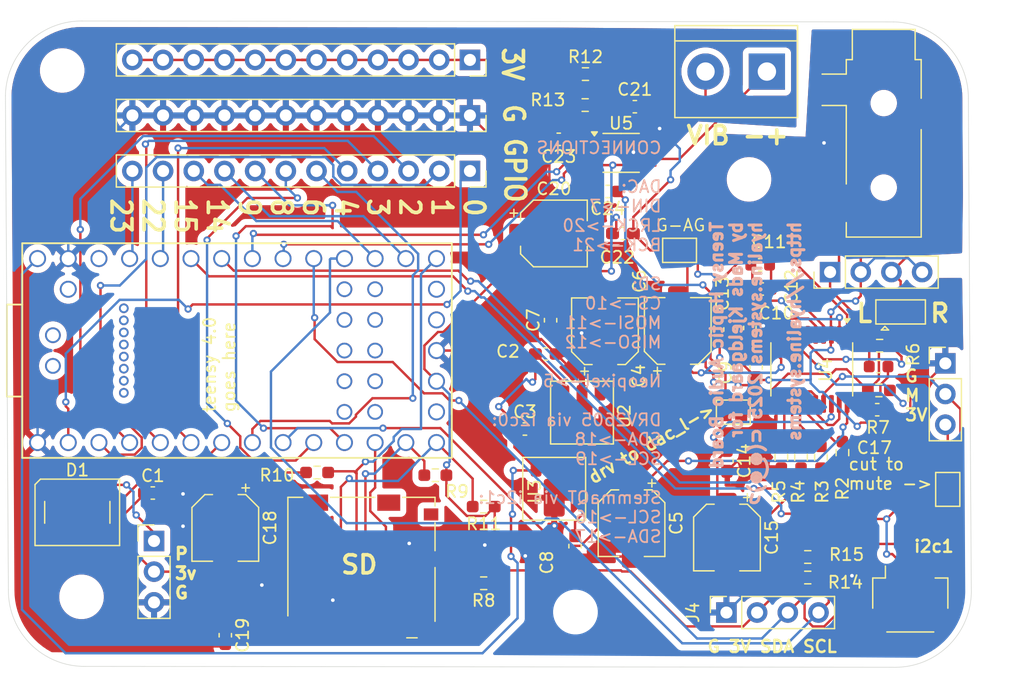
<source format=kicad_pcb>
(kicad_pcb (version 20240108) (generator "pcbnew") (generator_version "8.0")
  (layers (0 "F.Cu" signal) (31 "B.Cu" signal) (34 "B.Paste" user) (35 "F.Paste" user) (36 "B.SilkS" user "B.Silkscreen") (37 "F.SilkS" user "F.Silkscreen") (38 "B.Mask" user) (39 "F.Mask" user) (44 "Edge.Cuts" user))
  (net 0 "")
  (net 1 "GND")
  (net 2 "/AGND")
  (net 3 "+3.3V")
  (net 4 "/NEOPIXEL_OUT")
  (net 5 "/NEOPIXEL")
  (net 6 "/DAC_OUT_R")
  (net 7 "/DAC_OUT_L")
  (net 8 "/DAC_MUTE")
  (net 11 "/DAC_DIN")
  (net 12 "Net-(AGND_BRIDGE2-B)")
  (net 14 "/DAC_BCK")
  (net 15 "Net-(U5-REG)")
  (net 16 "/DAC_LRCK")
  (net 19 "/haptic_input")
  (net 21 "/audio_out_chan2")
  (net 23 "/I2C0_SDA")
  (net 27 "/I2C0_SCL")
  (net 31 "Net-(U5-OUT-)")
  (net 34 "Net-(U5-OUT+)")
  (net 45 "/PCM5102A DAC/3V3A")
  (net 46 "+5V")
  (net 47 "Net-(U4-VNEG)")
  (net 48 "Net-(U4-CAPP)")
  (net 49 "Net-(U4-CAPM)")
  (net 50 "Net-(U4-LDOO)")
  (net 52 "/SD_MOSI")
  (net 54 "/SD_MISO")
  (net 55 "/SD_SCK")
  (net 56 "/SD_CS")
  (net 57 "Net-(U4-LRCK)")
  (net 58 "Net-(U4-DIN)")
  (net 59 "Net-(U4-BCK)")
  (net 60 "Net-(U4-SCK)")
  (net 61 "Net-(U4-OUTL)")
  (net 62 "Net-(U4-OUTR)")
  (net 63 "/I2C1_SDA")
  (net 64 "/I2C1_SCL")
  (net 65 "/gp0")
  (net 66 "/gp2")
  (net 67 "/gp6")
  (net 68 "/gp9")
  (net 69 "/gp3")
  (net 70 "/gp23")
  (net 71 "/gp14")
  (net 72 "/gp22")
  (net 73 "/gp8")
  (net 74 "/gp15")
  (net 75 "/gp1")
  (net 76 "/gp4")
  (net 77 "/PCM5102A DAC/3V3D")
  (footprint "Resistor_SMD:R_0603_1608Metric_Pad0.98x0.95mm_HandSolder" (layer "F.Cu") (at 82.804 51.4375 90)
    (property "Reference" "R3")
    (property "Value" "22")
  )
  (footprint "Resistor_SMD:R_0603_1608Metric_Pad0.98x0.95mm_HandSolder" (layer "F.Cu") (at 87.6625 42.2)
    (property "Reference" "R6")
    (property "Value" "470")
  )
  (footprint "Capacitor_SMD:C_0603_1608Metric" (layer "F.Cu") (at 67.4 22.4)
    (property "Reference" "C21")
    (property "Value" "1uf")
  )
  (footprint "Capacitor_SMD:C_0603_1608Metric_Pad1.08x0.95mm_HandSolder" (layer "F.Cu") (at 66.415 32.9)
    (property "Reference" "C22")
    (property "Value" "0.1uf")
  )
  (footprint "Resistor_SMD:R_0603_1608Metric_Pad0.98x0.95mm_HandSolder" (layer "F.Cu") (at 63.3125 19.7)
    (property "Reference" "R12")
    (property "Value" "10k")
  )
  (footprint "Capacitor_SMD:C_0603_1608Metric" (layer "F.Cu") (at 87.575 43.925)
    (property "Reference" "C16" (hide yes))
    (property "Value" "1nf")
  )
  (footprint "Capacitor_SMD:C_0603_1608Metric" (layer "F.Cu") (at 65.15 29.42 180)
    (property "Reference" "C24")
    (property "Value" "1uf")
  )
  (footprint "Connector_JST:JST_SH_SM04B-SRSS-TB_1x04-1MP_P1.00mm_Horizontal" (layer "F.Cu") (at 90.2 63.225)
    (property "Reference" "STEMMA_QT_I2C1" (hide yes))
    (property "Value" "JST_SH_SM04")
  )
  (footprint "Connector_PinHeader_2.54mm:PinHeader_1x04_P2.54mm_Vertical" (layer "F.Cu") (at 83.56 36.1 90)
    (property "Reference" "J1" (hide yes))
    (property "Value" "Conn_01x04")
  )
  (footprint "Connector_PinHeader_2.54mm:PinHeader_1x03_P2.54mm_Vertical" (layer "F.Cu") (at 93.1 43.66)
    (property "Reference" "MUTE1" (hide yes))
    (property "Value" "Conn_01x03" (hide yes))
  )
  (footprint "Package_SO:VSSOP-10_3x3mm_P0.5mm" (layer "F.Cu") (at 66.265 26.225)
    (property "Reference" "U5")
    (property "Value" "DRV2605LDGS")
  )
  (footprint "Capacitor_SMD:C_0603_1608Metric" (layer "F.Cu") (at 75.275 40.85 -90)
    (property "Reference" "C13")
    (property "Value" "1uf")
  )
  (footprint "MountingHole:MountingHole_3.2mm_M3" (layer "F.Cu") (at 20 19.4)
    (property "Reference" "H2" (hide yes))
    (property "Value" "MountingHole")
  )
  (footprint "Capacitor_SMD:C_0603_1608Metric" (layer "F.Cu") (at 76.92 40.725 -90)
    (property "Reference" "C10")
    (property "Value" "1uf")
  )
  (footprint "Resistor_SMD:R_0603_1608Metric_Pad0.98x0.95mm_HandSolder" (layer "F.Cu") (at 81.7125 59.7 180)
    (property "Reference" "R15")
    (property "Value" "10k")
  )
  (footprint "Connector_PinSocket_2.54mm:PinSocket_1x12_P2.54mm_Vertical" (layer "F.Cu") (at 53.75 18.525 -90)
    (property "Reference" "3vpins1" (hide yes))
    (property "Value" "Conn_01x12")
  )
  (footprint "Connector_PinSocket_2.54mm:PinSocket_1x12_P2.54mm_Vertical" (layer "F.Cu") (at 53.75 27.725 -90)
    (property "Reference" "extra_gpio1" (hide yes))
    (property "Value" "Conn_01x12")
  )
  (footprint "Capacitor_SMD:C_0603_1608Metric" (layer "F.Cu") (at 77.775 35.5)
    (property "Reference" "C11")
    (property "Value" "1uf")
  )
  (footprint "Package_SO:TSSOP-20_4.4x6.5mm_P0.65mm" (layer "F.Cu") (at 82.045 44.1575 -90)
    (property "Reference" "U4")
    (property "Value" "PCM5102A")
  )
  (footprint "Connector_Card:microSD_HC_Molex_104031-0811" (layer "F.Cu") (at 44.79 60.575 180)
    (property "Reference" "J3" (hide yes))
    (property "Value" "Micro_SD_Card")
  )
  (footprint "Capacitor_SMD:CP_Elec_5x5.7" (layer "F.Cu") (at 33.5 57.29 -90)
    (property "Reference" "C18")
    (property "Value" "10uf" (hide yes))
  )
  (footprint "Resistor_SMD:R_0603_1608Metric_Pad0.98x0.95mm_HandSolder" (layer "F.Cu") (at 54.8875 55.525 180)
    (property "Reference" "R11")
    (property "Value" "47k")
  )
  (footprint "Capacitor_SMD:C_0603_1608Metric" (layer "F.Cu") (at 61.1 25.1 180)
    (property "Reference" "C23")
    (property "Value" "1uf")
  )
  (footprint "PCM_Package_TO_SOT_SMD_AKL:SOT-89-3" (layer "F.Cu") (at 60.725 54.05 -90)
    (property "Reference" "U3")
    (property "Value" "AP7365-33YG" (hide yes))
  )
  (footprint "Capacitor_SMD:C_0603_1608Metric_Pad1.08x0.95mm_HandSolder" (layer "F.Cu") (at 60.425 40.0875 90)
    (property "Reference" "C7")
    (property "Value" "0.1uf")
  )
  (footprint "MountingHole:MountingHole_3.2mm_M3" (layer "F.Cu") (at 76.85 28.42)
    (property "Reference" "H4" (hide yes))
    (property "Value" "MountingHole")
  )
  (footprint "Capacitor_SMD:CP_Elec_5x5.7" (layer "F.Cu") (at 64.925 41 90)
    (property "Reference" "C4")
    (property "Value" "10uf")
  )
  (footprint "Capacitor_SMD:C_0603_1608Metric_Pad1.08x0.95mm_HandSolder" (layer "F.Cu") (at 62.45 58.8 -90)
    (property "Reference" "C8")
    (property "Value" "0.1uf")
  )
  (footprint "Jumper:SolderJumper-3_P1.3mm_Bridged12_Pad1.0x1.5mm" (layer "F.Cu") (at 89.4 39.4)
    (property "Reference" "JP6" (hide yes))
    (property "Value" "SolderJumper_3_Bridged12")
  )
  (footprint "Resistor_SMD:R_0603_1608Metric_Pad0.98x0.95mm_HandSolder" (layer "F.Cu") (at 79.525 51.4375 90)
    (property "Reference" "R5")
    (property "Value" "22")
  )
  (footprint "LED_SMD:LED_SK6812_PLCC4_5.0x5.0mm_P3.2mm" (layer "F.Cu") (at 21.25 56)
    (property "Reference" "D1")
    (property "Value" "SK6812")
  )
  (footprint "Capacitor_SMD:CP_Elec_5x5.7" (layer "F.Cu") (at 67.125 56.9 -90)
    (property "Reference" "C5")
    (property "Value" "10uf")
  )
  (footprint "Connector_PinSocket_2.54mm:PinSocket_1x12_P2.54mm_Vertical" (layer "F.Cu") (at 53.75 23.125 -90)
    (property "Reference" "GNDpins1" (hide yes))
    (property "Value" "Conn_01x12")
  )
  (footprint "TerminalBlock:TerminalBlock_bornier-2_P5.08mm" (layer "F.Cu") (at 78.33 19.49 180)
    (property "Reference" "VIBMTR1" (hide yes))
    (property "Value" "VIBMTR")
  )
  (footprint "Capacitor_SMD:C_0603_1608Metric" (layer "F.Cu") (at 33.5 66.18 -90)
    (property "Reference" "C19")
    (property "Value" "0.1uf")
  )
  (footprint "Resistor_SMD:R_0603_1608Metric_Pad0.98x0.95mm_HandSolder" (layer "F.Cu") (at 63.2875 22.265)
    (property "Reference" "R13")
    (property "Value" "10k")
  )
  (footprint "Resistor_SMD:R_0603_1608Metric_Pad0.98x0.95mm_HandSolder" (layer "F.Cu") (at 84.582 51.054 90)
    (property "Reference" "R2")
    (property "Value" "22")
  )
  (footprint "Capacitor_SMD:C_0603_1608Metric_Pad1.08x0.95mm_HandSolder" (layer "F.Cu") (at 75.025 51.7375 -90)
    (property "Reference" "C14")
    (property "Value" "0.1uf")
  )
  (footprint "Resistor_SMD:R_0603_1608Metric_Pad0.98x0.95mm_HandSolder" (layer "F.Cu") (at 41.1 52.7)
    (property "Reference" "R10")
    (property "Value" "47k")
  )
  (footprint "Capacitor_SMD:C_0603_1608Metric_Pad1.08x0.95mm_HandSolder" (layer "F.Cu") (at 60.025 42.8875)
    (property "Reference" "C2")
    (property "Value" "0.1uf")
  )
  (footprint "Capacitor_SMD:CP_Elec_5x5.7" (layer "F.Cu") (at 60.7 32.9)
    (property "Reference" "C20")
    (property "Value" "10uf")
  )
  (footprint "Capacitor_SMD:C_0603_1608Metric" (layer "F.Cu") (at 77.9 37.5)
    (property "Reference" "C12")
    (property "Value" "1uf")
  )
  (footprint "Jumper:SolderJumper-2_P1.3mm_Bridged_Pad1.0x1.5mm" (layer "F.Cu") (at 71.1 34.3 180)
    (property "Reference" "AGND_BRIDGE1" (hide yes))
    (property "Value" "AGND_BRIDGE")
  )
  (footprint "Resistor_SMD:R_0603_1608Metric_Pad0.98x0.95mm_HandSolder" (layer "F.Cu") (at 81.7125 61.4)
    (property "Reference" "R14")
    (property "Value" "10k")
  )
  (footprint "Jumper:SolderJumper-2_P1.3mm_Bridged_Pad1.0x1.5mm" (layer "F.Cu") (at 93.3 54.1 90)
    (property "Reference" "JP1" (hide yes))
    (property "Value" "MUTE_BRIDGE")
  )
  (footprint "Capacitor_SMD:CP_Elec_5x5.7" (layer "F.Cu") (at 70.95 40.975 90)
    (property "Reference" "C6")
    (property "Value" "10uf")
  )
  (footprint "Capacitor_SMD:C_0603_1608Metric_Pad1.08x0.95mm_HandSolder" (layer "F.Cu") (at 58.3 49.1)
    (property "Reference" "C3")
    (property "Value" "0.1uf")
  )
  (footprint "Capacitor_SMD:C_0603_1608Metric" (layer "F.Cu") (at 87.4625 47.5)
    (property "Reference" "C17")
    (property "Value" "1nf")
  )
  (footprint "Connector_PinSocket_2.54mm:PinSocket_1x04_P2.54mm_Vertical" (layer "F.Cu") (at 74.98 64.3 90)
    (property "Reference" "J4")
    (property "Value" "Conn_01x04_Pin")
  )
  (footprint "teensy:Teensy40_SMT" (layer "F.Cu") (at 34.4716 42.6)
    (property "Reference" "U1" (hide yes))
    (property "Value" "Teensy4.0")
  )
  (footprint "Resistor_SMD:R_0603_1608Metric_Pad0.98x0.95mm_HandSolder" (layer "F.Cu") (at 87.6 45.9)
    (property "Reference" "R7")
    (property "Value" "470")
  )
  (footprint "Capacitor_SMD:C_0603_1608Metric_Pad1.08x0.95mm_HandSolder" (layer "F.Cu") (at 77.44 43.9825 -90)
    (property "Reference" "C9")
    (property "Value" "0.1uf")
  )
  (footprint "Connector_Audio:Jack_3.5mm_CUI_SJ-3523-SMT_Horizontal" (layer "F.Cu") (at 88 24.6)
    (property "Reference" "J2" (hide yes))
    (property "Value" "AudioJack3")
  )
  (footprint "MountingHole:MountingHole_3.2mm_M3" (layer "F.Cu") (at 21.6 63)
    (property "Reference" "H1" (hide yes))
    (property "Value" "MountingHole")
  )
  (footprint "Capacitor_SMD:CP_Elec_5x5.7" (layer "F.Cu") (at 75.025 58.0875 -90)
    (property "Reference" "C15")
    (property "Value" "10uf")
  )
  (footprint "Connector_PinHeader_2.54mm:PinHeader_1x03_P2.54mm_Vertical" (layer "F.Cu") (at 27.6 58.375)
    (property "Reference" "NEOPIXEL_OUT1" (hide yes))
    (property "Value" "Conn_01x03")
  )
  (footprint "Jumper:SolderJumper-2_P1.3mm_Bridged_Pad1.0x1.5mm" (layer "F.Cu") (at 75.55 47.7 180)
    (property "Reference" "AGND_BRIDGE2" (hide yes))
    (property "Value" "AGND_BRIDGE")
  )
  (footprint "MountingHole:MountingHole_3.2mm_M3" (layer "F.Cu") (at 62.484 64.262)
    (property "Reference" "H3" (hide yes))
    (property "Value" "MountingHole")
  )
  (footprint "PCM_Package_TO_SOT_SMD_AKL:SOT-89-3" (layer "F.Cu") (at 63.025 47.7375 -90)
    (property "Reference" "U2")
    (property "Value" "AP7365-33YG" (hide yes))
  )
  (footprint "Capacitor_SMD:C_0603_1608Metric" (layer "F.Cu") (at 27.5 54.4)
    (property "Reference" "C1")
    (property "Value" "1uf")
  )
  (footprint "Resistor_SMD:R_0603_1608Metric_Pad0.98x0.95mm_HandSolder" (layer "F.Cu") (at 81.155 51.4375 90)
    (property "Reference" "R4")
    (property "Value" "22")
  )
  (footprint "Resistor_SMD:R_0603_1608Metric_Pad0.98x0.95mm_HandSolder" (layer "F.Cu") (at 50.8875 52.925 180)
    (property "Reference" "R9")
    (property "Value" "47k")
  )
  (footprint "Resistor_SMD:R_0603_1608Metric_Pad0.98x0.95mm_HandSolder" (layer "F.Cu") (at 54.8875 61.875 180)
    (property "Reference" "R8")
    (property "Value" "47k")
  )
  (gr_arc (start 88.809176 15.376472) (mid 93.218 17.272) (end 95.006025 21.725508) (stroke (width 0.05)) (layer "Edge.Cuts"))
  (gr_line (start 95.249036 62.637151) (end 95.006025 21.725508) (stroke (width 0.05)) (layer "Edge.Cuts"))
  (gr_arc (start 15.301923 21.4984) (mid 17.197451 17.089576) (end 21.650959 15.301551) (stroke (width 0.05)) (layer "Edge.Cuts"))
  (gr_arc (start 95.249036 62.637151) (mid 93.353508 67.045975) (end 88.9 68.834) (stroke (width 0.05)) (layer "Edge.Cuts"))
  (gr_line (start 15.301923 21.4984) (end 15.544934 62.410043) (stroke (width 0.05)) (layer "Edge.Cuts"))
  (gr_line (start 21.741783 68.759079) (end 88.9 68.834) (stroke (width 0.05)) (layer "Edge.Cuts"))
  (gr_arc (start 21.741783 68.759079) (mid 17.332959 66.863551) (end 15.544934 62.410043) (stroke (width 0.05)) (layer "Edge.Cuts"))
  (gr_line (start 88.809176 15.376472) (end 21.650959 15.301551) (stroke (width 0.05)) (layer "Edge.Cuts"))
  (gr_text "CONNECTIONS\n\nDAC:\nDIN->7\nLRCK->20\nBCK->21\n\nSD:\nCS->10\nMOSI->11\nMISO->12\n\nNeopixel->5\n\nDRV2605 via i2c0:\nSDA->18\nSCL->19\n\nStemmaQT via i2c1:\nSCL->16\nSDA->17\n\n" (at 69.7 60.2 0) (layer "B.SilkS") (effects (font (size 1 1)) (justify left bottom mirror)))
  (gr_text "Teensy Haptic Audio Board\nby Mads Kjeldgaard for \nhyaline.systems 2025 ⊂(◉‿◉)つ\n\nhttps://hyaline.systems" (at 81.2 31.8 90) (layer "B.SilkS") (effects (font (size 1 1) (thickness 0.25) (bold yes)) (justify left bottom mirror)))
  (gr_text "0\n1\n2\n3\n4\n6\n8\n9\n14\n15\n22\n23\n" (at 23.91 29.825 -90) (layer "F.SilkS") (effects (font (size 1.65 1.5) (thickness 0.3) (bold yes)) (justify left bottom)))
  (gr_text "GPIO" (at 56.51 24.825 -90) (layer "F.SilkS") (effects (font (size 1.65 1.5) (thickness 0.3) (bold yes)) (justify left bottom)))
  (gr_text "i2c1" (at 90.4 59.4 0) (layer "F.SilkS") (effects (font (size 1 1) (thickness 0.2) (bold yes)) (justify left bottom)))
  (gr_text "teensy 4.0 \ngoes here" (at 34.4 47.8 90) (layer "F.SilkS") (effects (font (size 1 1)) (justify left bottom)))
  (gr_text "VIB -+" (at 71.52 25.66 0) (layer "F.SilkS") (effects (font (size 1.5 1.5) (thickness 0.3) (bold yes)) (justify left bottom)))
  (gr_text "cut to\nmute ->" (at 85 54.2 0) (layer "F.SilkS") (effects (font (size 1 1)) (justify left bottom)))
  (gr_text "G" (at 56.41 22.025 -90) (layer "F.SilkS") (effects (font (size 1.65 1.5) (thickness 0.3) (bold yes)) (justify left bottom)))
  (gr_text "G\nM\n3V" (at 89.662 48.514 0) (layer "F.SilkS") (effects (font (size 1 1) (thickness 0.2) (bold yes)) (justify left bottom)))
  (gr_text "drv to dac_l->" (at 63.89 53.8 30) (layer "F.SilkS") (effects (font (size 1 1) (thickness 0.2) (bold yes)) (justify left bottom)))
  (gr_text "P\n3v\nG" (at 29.21 63.246 0) (layer "F.SilkS") (effects (font (size 1 1) (thickness 0.25) (bold yes)) (justify left bottom)))
  (gr_text "SD" (at 42.926 61.214 0) (layer "F.SilkS") (effects (font (size 1.5 1.5) (thickness 0.3) (bold yes)) (justify left bottom)))
  (gr_text "3V" (at 56.31 17.325 -90) (layer "F.SilkS") (effects (font (size 1.65 1.5) (thickness 0.3) (bold yes)) (justify left bottom)))
  (gr_text "R" (at 91.694 40.386 0) (layer "F.SilkS") (effects (font (size 1.5 1.5) (thickness 0.3) (bold yes)) (justify left bottom)))
  (gr_text "G 3V SDA SCL" (at 73.3 67.7 0) (layer "F.SilkS") (effects (font (size 1 1) (thickness 0.2) (bold yes)) (justify left bottom)))
  (gr_text "L" (at 85.598 40.386 0) (layer "F.SilkS") (effects (font (size 1.5 1.5) (thickness 0.3) (bold yes)) (justify left bottom)))
  (gr_text "G-AG" (at 69.06 32.8 0) (layer "F.SilkS") (effects (font (size 1 1) (thickness 0.125)) (justify left bottom)))
  (segment (start 18.8 51.0584) (end 17.9616 50.22) (width 0.2) (layer "F.Cu") (net 1))
  (segment (start 42.395 63.28) (end 42.4 63.275) (width 0.2) (layer "F.Cu") (net 1))
  (segment (start 85.395 61.225) (end 85.37 61.25) (width 0.2) (layer "F.Cu") (net 1))
  (segment (start 67.335 26.225) (end 67.28 26.17) (width 0.2) (layer "F.Cu") (net 1))
  (segment (start 68.3125 60.2875) (end 75.025 60.2875) (width 0.2) (layer "F.Cu") (net 1))
  (segment (start 38.51 23.125) (end 35.97 23.125) (width 0.2) (layer "F.Cu") (net 1))
  (segment (start 79.420001 45.9825) (end 79.12 46.282501) (width 0.2) (layer "F.Cu") (net 1))
  (segment (start 27.6 63.455) (end 30 63.455) (width 0.2) (layer "F.Cu") (net 1))
  (segment (start 66.4775 33.7) (end 63.7 33.7) (width 0.2) (layer "F.Cu") (net 1))
  (segment (start 68.6775 34.3) (end 67.2775 32.9) (width 0.2) (layer "F.Cu") (net 1))
  (segment (start 74.98 64.3) (end 74.98 60.3325) (width 0.2) (layer "F.Cu") (net 1))
  (segment (start 59.1625 49.1) (end 62.4025 49.1) (width 0.2) (layer "F.Cu") (net 1))
  (segment (start 60.325 30.325) (end 60.325 25.1) (width 0.2) (layer "F.Cu") (net 1))
  (segment (start 53.75 23.125) (end 51.21 23.125) (width 0.2) (layer "F.Cu") (net 1))
  (segment (start 90.2 46.56) (end 90.2 47.704222) (width 0.2) (layer "F.Cu") (net 1))
  (segment (start 55.725 25.1) (end 53.75 23.125) (width 0.2) (layer "F.Cu") (net 1))
  (segment (start 83.380501 48.768) (end 82.37 47.757499) (width 0.2) (layer "F.Cu") (net 1))
  (segment (start 60.725 50.6625) (end 60.725 52.6) (width 0.2) (layer "F.Cu") (net 1))
  (segment (start 18.8 54.4) (end 18.8 51.0584) (width 0.2) (layer "F.Cu") (net 1))
  (segment (start 62.627 41.148) (end 60.8875 42.8875) (width 0.2) (layer "F.Cu") (net 1))
  (segment (start 70.45 34.3) (end 68.6775 34.3) (width 0.2) (layer "F.Cu") (net 1))
  (segment (start 72.61 33.31) (end 72.55 33.25) (width 0.2) (layer "F.Cu") (net 1))
  (segment (start 82.37 47.02) (end 82.37 46.364044) (width 0.2) (layer "F.Cu") (net 1))
  (segment (start 68.465 26.225) (end 67.335 26.225) (width 0.2) (layer "F.Cu") (net 1))
  (segment (start 67.2775 31.5285) (end 70.358 28.448) (width 0.2) (layer "F.Cu") (net 1))
  (segment (start 28.35 23.125) (end 25.81 23.125) (width 0.2) (layer "F.Cu") (net 1))
  (segment (start 79.12 46.282501) (end 79.12 47.02) (width 0.2) (layer "F.Cu") (net 1))
  (segment (start 36.525 62.025) (end 36.035 62.025) (width 0.2) (layer "F.Cu") (net 1))
  (segment (start 60.725 57.095) (end 60.725 54.79) (width 0.2) (layer "F.Cu") (net 1))
  (segment (start 50.9816 42.6) (end 52.6625 42.6) (width 0.2) (layer "F.Cu") (net 1))
  (segment (start 48.67 23.125) (end 46.13 23.125) (width 0.2) (layer "F.Cu") (net 1))
  (segment (start 79.525 52.35) (end 75.275 52.35) (width 0.2) (layer "F.Cu") (net 1))
  (segment (start 51.21 23.125) (end 48.67 23.125) (width 0.2) (layer "F.Cu") (net 1))
  (segment (start 67.2775 32.9) (end 66.4775 33.7) (width 0.2) (layer "F.Cu") (net 1))
  (segment (start 46.13 23.125) (end 43.59 23.125) (width 0.2) (layer "F.Cu") (net 1))
  (segment (start 70.88 33.25) (end 70.45 33.68) (width 0.2) (layer "F.Cu") (net 1))
  (segment (start 60.8875 42.8875) (end 59.65 41.65) (width 0.2) (layer "F.Cu") (net 1))
  (segment (start 28.35 54.475) (end 28.275 54.4) (width 0.2) (layer "F.Cu") (net 1))
  (segment (start 33.5 59.49) (end 31.16 57.15) (width 0.2) (layer "F.Cu") (net 1))
  (segment (start 82.37 47.757499) (end 82.37 47.02) (width 0.2) (layer "F.Cu") (net 1))
  (segment (start 74.98 60.3325) (end 75.025 60.2875) (width 0.2) (layer "F.Cu") (net 1))
  (segment (start 62.45 59.6625) (end 58.3825 59.6625) (width 0.2) (layer "F.Cu") (net 1))
  (segment (start 79.12 47.02) (end 79.12 48.505) (width 0.2) (layer "F.Cu") (net 1))
  (segment (start 53.815 59.875) (end 54.98 58.71) (width 0.2) (layer "F.Cu") (net 1))
  (segment (start 66.5625 59.6625) (end 62.45 59.6625) (width 0.2) (layer "F.Cu") (net 1))
  (segment (start 62.9 32.9) (end 60.325 30.325) (width 0.2) (layer "F.Cu") (net 1))
  (segment (start 52.6625 42.6) (end 59.1625 49.1) (width 0.2) (layer "F.Cu") (net 1))
  (segment (start 42.395 66.025) (end 42.395 63.28) (width 0.2) (layer "F.Cu") (net 1))
  (segment (start 83.82 48.768) (end 83.380501 48.768) (width 0.2) (layer "F.Cu") (net 1))
  (segment (start 35.97 23.125) (end 33.43 23.125) (width 0.2) (layer "F.Cu") (net 1))
  (segment (start 67.125 59.1) (end 68.3125 60.2875) (width 0.2) (layer "F.Cu") (net 1))
  (segment (start 84.32 48.268) (end 83.82 48.768) (width 0.2) (layer "F.Cu") (net 1))
  (segment (start 30 54.475) (end 28.35 54.475) (width 0.2) (layer "F.Cu") (net 1))
  (segment (start 81.988456 45.9825) (end 79.420001 45.9825) (width 0.2) (layer "F.Cu") (net 1))
  (segment (start 60.325 25.1) (end 55.725 25.1) (width 0.2) (layer "F.Cu") (net 1))
  (segment (start 68.175 22.4) (end 69.45 23.675) (width 0.2) (layer "F.Cu") (net 1))
  (segment (start 75.025 52.6) (end 76.361778 51.263222) (width 0.2) (layer "F.Cu") (net 1))
  (segment (start 30.89 23.125) (end 28.35 23.125) (width 0.2) (layer "F.Cu") (net 1))
  (segment (start 62.992 41.148) (end 62.627 41.148) (width 0.2) (layer "F.Cu") (net 1))
  (segment (start 43.59 23.125) (end 41.05 23.125) (width 0.2) (layer "F.Cu") (net 1))
  (segment (start 50.025 59.875) (end 48.725 58.575) (width 0.2) (layer "F.Cu") (net 1))
  (segment (start 59.65 41.65) (end 53.6125 41.65) (width 0.2) (layer "F.Cu") (net 1))
  (segment (start 33.43 23.125) (end 30.89 23.125) (width 0.2) (layer "F.Cu") (net 1))
  (segment (start 93.1 43.66) (end 90.2 46.56) (width 0.2) (layer "F.Cu") (net 1))
  (segment (start 69.45 23.675) (end 69.45 24.21) (width 0.2) (layer "F.Cu") (net 1))
  (segment (start 78.775 41.295) (end 78.03 40.55) (width 0.2) (layer "F.Cu") (net 1))
  (segment (start 88.7 61.225) (end 85.395 61.225) (width 0.2) (layer "F.Cu") (net 1))
  (segment (start 62.4025 49.1) (end 63.025 48.4775) (width 0.2) (layer "F.Cu") (net 1))
  (segment (start 60.74 57.11) (end 60.725 57.095) (width 0.2) (layer "F.Cu") (net 1))
  (segment (start 63.025 45.025) (end 63.025 46.2875) (width 0.2) (layer "F.Cu") (net 1))
  (segment (start 77.616722 60.2875) (end 75.025 60.2875) (width 0.2) (layer "F.Cu") (net 1))
  (segment (start 70.45 33.68) (end 70.45 34.3) (width 0.2) (layer "F.Cu") (net 1))
  (segment (start 73.931722 48.4775) (end 63.025 48.4775) (width 0.2) (layer "F.Cu") (net 1))
  (segment (start 38.51 23.125) (end 41.05 23.125) (width 0.2) (layer "F.Cu") (net 1))
  (segment (start 53.6125 41.65) (end 52.6625 42.6) (width 0.2) (layer "F.Cu") (net 1))
  (segment (start 36.035 62.025) (end 33.5 59.49) (width 0.2) (layer "F.Cu") (net 1))
  (segment (start 79.12 48.505) (end 75.025 52.6) (width 0.2) (layer "F.Cu") (net 1))
  (segment (start 67.125 59.1) (end 66.5625 59.6625) (width 0.2) (layer "F.Cu") (net 1))
  (segment (start 75.275 52.35) (end 75.025 52.6) (width 0.2) (layer "F.Cu") (net 1))
  (segment (start 82.37 46.364044) (end 81.988456 45.9825) (width 0.2) (layer "F.Cu") (net 1))
  (segment (start 63.7 33.7) (end 62.9 32.9) (width 0.2) (layer "F.Cu") (net 1))
  (segment (start 76.361778 51.263222) (end 76.361778 50.907556) (width 0.2) (layer "F.Cu") (net 1))
  (segment (start 67.2775 32.9) (end 67.2775 31.5285) (width 0.2) (layer "F.Cu") (net 1))
  (segment (start 79.12 41.295) (end 78.775 41.295) (width 0.2) (layer "F.Cu") (net 1))
  (segment (start 84.32 47.02) (end 84.32 48.268) (width 0.2) (layer "F.Cu") (net 1))
  (segment (start 50.53 59.875) (end 50.025 59.875) (width 0.2) (layer "F.Cu") (net 1))
  (segment (start 76.361778 50.907556) (end 73.931722 48.4775) (width 0.2) (layer "F.Cu") (net 1))
  (segment (start 58.3825 59.6625) (end 58.33 59.61) (width 0.2) (layer "F.Cu") (net 1))
  (segment (start 90.2 47.704222) (end 77.616722 60.2875) (width 0.2) (layer "F.Cu") (net 1))
  (segment (start 60.8875 42.8875) (end 63.025 45.025) (width 0.2) (layer "F.Cu") (net 1))
  (segment (start 50.53 59.875) (end 53.815 59.875) (width 0.2) (layer "F.Cu") (net 1))
  (segment (start 30 63.455) (end 33.5 66.955) (width 0.2) (layer "F.Cu") (net 1))
  (segment (start 31.16 57.15) (end 30 57.15) (width 0.2) (layer "F.Cu") (net 1))
  (segment (start 72.55 33.25) (end 70.88 33.25) (width 0.2) (layer "F.Cu") (net 1))
  (segment (start 59.1625 49.1) (end 60.725 50.6625) (width 0.2) (layer "F.Cu") (net 1))
  (segment (start 72.61 36.27) (end 72.61 33.31) (width 0.2) (layer "F.Cu") (net 1))
  (via (at 54.98 58.71) (size 0.6) (drill 0.3) (layers "F.Cu" "B.Cu") (net 1))
  (via (at 62.992 41.148) (size 0.6) (drill 0.3) (layers "F.Cu" "B.Cu") (net 1))
  (via (at 85.37 61.25) (size 0.6) (drill 0.3) (layers "F.Cu" "B.Cu") (net 1))
  (via (at 36.525 62.025) (size 0.6) (drill 0.3) (layers "F.Cu" "B.Cu") (net 1))
  (via (at 30 54.475) (size 0.6) (drill 0.3) (layers "F.Cu" "B.Cu") (net 1))
  (via (at 72.61 36.27) (size 0.6) (drill 0.3) (layers "F.Cu" "B.Cu") (net 1))
  (via (at 60.74 57.11) (size 0.6) (drill 0.3) (layers "F.Cu" "B.Cu") (net 1))
  (via (at 70.358 28.448) (size 0.6) (drill 0.3) (layers "F.Cu" "B.Cu") (net 1))
  (via (at 67.28 26.17) (size 0.6) (drill 0.3) (layers "F.Cu" "B.Cu") (net 1))
  (via (at 48.725 58.575) (size 0.6) (drill 0.3) (layers "F.Cu" "B.Cu") (net 1))
  (via (at 58.33 59.61) (size 0.6) (drill 0.3) (layers "F.Cu" "B.Cu") (net 1))
  (via (at 42.4 63.275) (size 0.6) (drill 0.3) (layers "F.Cu" "B.Cu") (net 1))
  (via (at 69.45 24.21) (size 0.6) (drill 0.3) (layers "F.Cu" "B.Cu") (net 1))
  (via (at 30 57.15) (size 0.6) (drill 0.3) (layers "F.Cu" "B.Cu") (net 1))
  (via (at 78.03 40.55) (size 0.6) (drill 0.3) (layers "F.Cu" "B.Cu") (net 1))
  (segment (start 70.358 28.448) (end 70.358 27.686) (width 0.2) (layer "B.Cu") (net 1))
  (segment (start 73.914 41.148) (end 62.992 41.148) (width 0.2) (layer "B.Cu") (net 1))
  (segment (start 85.37 61.25) (end 78.03 61.25) (width 0.2) (layer "B.Cu") (net 1))
  (segment (start 54.98 58.71) (end 58.33 58.71) (width 0.2) (layer "B.Cu") (net 1))
  (segment (start 36.645 63.455) (end 27.6 63.455) (width 0.2) (layer "B.Cu") (net 1))
  (segment (start 58.63 58.71) (end 58.93 58.41) (width 0.2) (layer "B.Cu") (net 1))
  (segment (start 78.03 61.25) (end 74.98 64.3) (width 0.2) (layer "B.Cu") (net 1))
  (segment (start 67.28 25.05) (end 68.12 24.21) (width 0.2) (layer "B.Cu") (net 1))
  (segment (start 42.4 63.275) (end 37.775 63.275) (width 0.2) (layer "B.Cu") (net 1))
  (segment (start 58.33 59.61) (end 58.33 58.71) (width 0.2) (layer "B.Cu") (net 1))
  (segment (start 76.271 38.791) (end 73.914 41.148) (width 0.2) (layer "B.Cu") (net 1))
  (segment (start 37.775 63.275) (end 37.3 62.8) (width 0.2) (layer "B.Cu") (net 1))
  (segment (start 68.12 24.21) (end 69.45 24.21) (width 0.2) (layer "B.Cu") (net 1))
  (segment (start 70.358 27.686) (end 71.12 26.924) (width 0.2) (layer "B.Cu") (net 1))
  (segment (start 37.3 62.8) (end 36.645 63.455) (width 0.2) (layer "B.Cu") (net 1))
  (segment (start 76.271 38.791) (end 73.75 36.27) (width 0.2) (layer "B.Cu") (net 1))
  (segment (start 58.33 58.71) (end 58.63 58.71) (width 0.2) (layer "B.Cu") (net 1))
  (segment (start 73.75 36.27) (end 72.61 36.27) (width 0.2) (layer "B.Cu") (net 1))
  (segment (start 71.12 25.88) (end 69.45 24.21) (width 0.2) (layer "B.Cu") (net 1))
  (segment (start 48.725 58.575) (end 47.1 58.575) (width 0.2) (layer "B.Cu") (net 1))
  (segment (start 20.5016 28.4334) (end 25.81 23.125) (width 0.2) (layer "B.Cu") (net 1))
  (segment (start 67.28 26.17) (end 67.28 25.05) (width 0.2) (layer "B.Cu") (net 1))
  (segment (start 37.3 62.8) (end 36.525 62.025) (width 0.2) (layer "B.Cu") (net 1))
  (segment (start 17.9616 50.22) (end 17.9616 37.52) (width 0.2) (layer "B.Cu") (net 1))
  (segment (start 20.5016 34.98) (end 20.5016 28.4334) (width 0.2) (layer "B.Cu") (net 1))
  (segment (start 60.23 57.11) (end 60.74 57.11) (width 0.2) (layer "B.Cu") (net 1))
  (segment (start 30 57.15) (end 30 54.475) (width 0.2) (layer "B.Cu") (net 1))
  (segment (start 47.1 58.575) (end 42.4 63.275) (width 0.2) (layer "B.Cu") (net 1))
  (segment (start 17.9616 37.52) (end 20.5016 34.98) (width 0.2) (layer "B.Cu") (net 1))
  (segment (start 58.93 58.41) (end 60.23 57.11) (width 0.2) (layer "B.Cu") (net 1))
  (segment (start 71.12 26.924) (end 71.12 25.88) (width 0.2) (layer "B.Cu") (net 1))
  (segment (start 78.03 40.55) (end 76.271 38.791) (width 0.2) (layer "B.Cu") (net 1))
  (segment (start 83.63 41.255) (end 83.67 41.295) (width 0.2) (layer "F.Cu") (net 2))
  (segment (start 88.35 44.808278) (end 88.35 43.925) (width 0.2) (layer "F.Cu") (net 2))
  (segment (start 75.275 41.625) (end 76.795 41.625) (width 0.2) (layer "F.Cu") (net 2))
  (segment (start 83.62 41.345) (end 83.67 41.295) (width 0.2) (layer "F.Cu") (net 2))
  (segment (start 60.425 39.225) (end 64.5 39.225) (width 0.2) (layer "F.Cu") (net 2))
  (segment (start 88.2375 47.5) (end 87.725 46.9875) (width 0.2) (layer "F.Cu") (net 2))
  (segment (start 64.5 39.225) (end 64.925 38.8) (width 0.2) (layer "F.Cu") (net 2))
  (segment (start 70.95 38.775) (end 64.95 38.775) (width 0.2) (layer "F.Cu") (net 2))
  (segment (start 87.725 45.433278) (end 88.35 44.808278) (width 0.2) (layer "F.Cu") (net 2))
  (segment (start 79.77 41.295) (end 79.77 42.032499) (width 0.2) (layer "F.Cu") (net 2))
  (segment (start 73.26 43.953471) (end 73.914 44.607471) (width 0.2) (layer "F.Cu") (net 2))
  (segment (start 87.1675 48.57) (end 88.2375 47.5) (width 0.2) (layer "F.Cu") (net 2))
  (segment (start 85.803665 48.875098) (end 86.108763 48.57) (width 0.2) (layer "F.Cu") (net 2))
  (segment (start 77.65 41.5) (end 76.92 41.5) (width 0.2) (layer "F.Cu") (net 2))
  (segment (start 76.819 45.466) (end 77.44 44.845) (width 0.2) (layer "F.Cu") (net 2))
  (segment (start 79.77 42.032499) (end 79.130499 42.672) (width 0.2) (layer "F.Cu") (net 2))
  (segment (start 64.95 38.775) (end 64.925 38.8) (width 0.2) (layer "F.Cu") (net 2))
  (segment (start 71.75 37.975) (end 71.75 34.3) (width 0.2) (layer "F.Cu") (net 2))
  (segment (start 78.822 42.672) (end 77.65 41.5) (width 0.2) (layer "F.Cu") (net 2))
  (segment (start 75.946 45.466) (end 76.819 45.466) (width 0.2) (layer "F.Cu") (net 2))
  (segment (start 73.26 41.085) (end 73.26 43.953471) (width 0.2) (layer "F.Cu") (net 2))
  (segment (start 70.95 38.775) (end 71.75 37.975) (width 0.2) (layer "F.Cu") (net 2))
  (segment (start 86.108763 48.57) (end 87.1675 48.57) (width 0.2) (layer "F.Cu") (net 2))
  (segment (start 78.486 45.04) (end 77.635 45.04) (width 0.2) (layer "F.Cu") (net 2))
  (segment (start 77.635 45.04) (end 77.44 44.845) (width 0.2) (layer "F.Cu") (net 2))
  (segment (start 86.1 22.8) (end 84.3 21) (width 0.2) (layer "F.Cu") (net 2))
  (segment (start 77.44 44.845) (end 75.275 42.68) (width 0.2) (layer "F.Cu") (net 2))
  (segment (start 83.62 42.56) (end 83.62 41.345) (width 0.2) (layer "F.Cu") (net 2))
  (segment (start 76.795 41.625) (end 76.92 41.5) (width 0.2) (layer "F.Cu") (net 2))
  (segment (start 73.914 44.607471) (end 73.914 45.212) (width 0.2) (layer "F.Cu") (net 2))
  (segment (start 87.725 46.9875) (end 87.725 45.433278) (width 0.2) (layer "F.Cu") (net 2))
  (segment (start 70.95 38.775) (end 73.26 41.085) (width 0.2) (layer "F.Cu") (net 2))
  (segment (start 83.63 39.4) (end 83.63 41.255) (width 0.2) (layer "F.Cu") (net 2))
  (segment (start 86.1 36.1) (end 86.1 22.8) (width 0.2) (layer "F.Cu") (net 2))
  (segment (start 86.1 36.1) (end 86.1 38.07) (width 0.2) (layer "F.Cu") (net 2))
  (segment (start 75.275 42.68) (end 75.275 41.625) (width 0.2) (layer "F.Cu") (net 2))
  (segment (start 79.130499 42.672) (end 78.822 42.672) (width 0.2) (layer "F.Cu") (net 2))
  (segment (start 86.1 38.07) (end 85.67 38.5) (width 0.2) (layer "F.Cu") (net 2))
  (via (at 78.486 45.04) (size 0.6) (drill 0.3) (layers "F.Cu" "B.Cu") (net 2))
  (via (at 85.803665 48.875098) (size 0.6) (drill 0.3) (layers "F.Cu" "B.Cu") (net 2))
  (via (at 73.914 45.212) (size 0.6) (drill 0.3) (layers "F.Cu" "B.Cu") (net 2))
  (via (at 75.946 45.466) (size 0.6) (drill 0.3) (layers "F.Cu" "B.Cu") (net 2))
  (via (at 83.058 25.4) (size 0.6) (drill 0.3) (layers "F.Cu" "B.Cu") (net 2))
  (via (at 83.63 39.4) (size 0.6) (drill 0.3) (layers "F.Cu" "B.Cu") (net 2))
  (via (at 83.62 42.56) (size 0.6) (drill 0.3) (layers "F.Cu" "B.Cu") (net 2))
  (via (at 85.67 38.5) (size 0.6) (drill 0.3) (layers "F.Cu" "B.Cu") (net 2))
  (segment (start 90.03 34.95) (end 87.25 34.95) (width 0.2) (layer "B.Cu") (net 2))
  (segment (start 82.676471 46.025) (end 81.95 45.298529) (width 0.2) (layer "B.Cu") (net 2))
  (segment (start 81.868 45.04) (end 78.486 45.04) (width 0.2) (layer "B.Cu") (net 2))
  (segment (start 91.18 36.1) (end 90.03 34.95) (width 0.2) (layer "B.Cu") (net 2))
  (segment (start 73.914 45.212) (end 75.692 45.212) (width 0.2) (layer "B.Cu") (net 2))
  (segment (start 75.692 45.212) (end 75.946 45.466) (width 0.2) (layer "B.Cu") (net 2))
  (segment (start 81.95 42.8) (end 82.19 42.56) (width 0.2) (layer "B.Cu") (net 2))
  (segment (start 81.95 44.958) (end 81.95 42.8) (width 0.2) (layer "B.Cu") (net 2))
  (segment (start 85.67 38.5) (end 84.53 38.5) (width 0.2) (layer "B.Cu") (net 2))
  (segment (start 87.25 34.95) (end 86.1 36.1) (width 0.2) (layer "B.Cu") (net 2))
  (segment (start 85.803665 48.875098) (end 82.953567 46.025) (width 0.2) (layer "B.Cu") (net 2))
  (segment (start 82.953567 46.025) (end 82.676471 46.025) (width 0.2) (layer "B.Cu") (net 2))
  (segment (start 84.53 38.5) (end 83.63 39.4) (width 0.2) (layer "B.Cu") (net 2))
  (segment (start 81.95 44.958) (end 81.868 45.04) (width 0.2) (layer "B.Cu") (net 2))
  (segment (start 82.19 42.56) (end 83.62 42.56) (width 0.2) (layer "B.Cu") (net 2))
  (segment (start 81.95 45.298529) (end 81.95 44.958) (width 0.2) (layer "B.Cu") (net 2))
  (segment (start 67.486471 27.225) (end 66.4 26.138529) (width 0.2) (layer "F.Cu") (net 3))
  (segment (start 64.335 22.4) (end 64.2 22.265) (width 0.2) (layer "F.Cu") (net 3))
  (segment (start 33.5 55.09) (end 32.7 55.89) (width 0.2) (layer "F.Cu") (net 3))
  (segment (start 64.08 27.24) (end 64.065 27.225) (width 0.2) (layer "F.Cu") (net 3))
  (segment (start 44.595 66.775) (end 44.595 66.025) (width 0.2) (layer "F.Cu") (net 3))
  (segment (start 48.67 18.525) (end 51.21 18.525) (width 0.2) (layer "F.Cu") (net 3))
  (segment (start 68.465 25.225) (end 66.625 23.385) (width 0.2) (layer "F.Cu") (net 3))
  (segment (start 76.37 65.45) (end 77.52 64.3) (width 0.2) (layer "F.Cu") (net 3))
  (segment (start 30.89 18.525) (end 33.43 18.525) (width 0.2) (layer "F.Cu") (net 3))
  (segment (start 55.8 61.875) (end 55.8 62.505) (width 0.2) (layer "F.Cu") (net 3))
  (segment (start 58.5 32.9) (end 61.62 36.02) (width 0.2) (layer "F.Cu") (net 3))
  (segment (start 28.215 55.89) (end 26.725 54.4) (width 0.2) (layer "F.Cu") (net 3))
  (segment (start 27.6 60.915) (end 29.01 60.915) (width 0.2) (layer "F.Cu") (net 3))
  (segment (start 49.9796 44.138) (end 49.9796 42.184958) (width 0.2) (layer "F.Cu") (net 3))
  (segment (start 56.865 60.81) (end 66.250256 60.81) (width 0.2) (layer "F.Cu") (net 3))
  (segment (start 66.625 23.385) (end 66.625 22.4) (width 0.2) (layer "F.Cu") (net 3))
  (segment (start 46.13 18.525) (end 48.67 18.525) (width 0.2) (layer "F.Cu") (net 3))
  (segment (start 53.495778 56.3) (end 55.025 56.3) (width 0.2) (layer "F.Cu") (net 3))
  (segment (start 44.695 66.875) (end 44.595 66.775) (width 0.2) (layer "F.Cu") (net 3))
  (segment (start 55.8 61.875) (end 56.865 60.81) (width 0.2) (layer "F.Cu") (net 3))
  (segment (start 65.86 32.5925) (end 65.5525 32.9) (width 0.2) (layer "F.Cu") (net 3))
  (segment (start 66.4 26.03) (end 67.205 25.225) (width 0.2) (layer "F.Cu") (net 3))
  (segment (start 23.7 57.6) (end 24.285 57.6) (width 0.2) (layer "F.Cu") (net 3))
  (segment (start 91.34 53.45) (end 93.3 53.45) (width 0.2) (layer "F.Cu") (net 3))
  (segment (start 26.725 54.575) (end 26.725 54.4) (width 0.2) (layer "F.Cu") (net 3))
  (segment (start 33.43 18.525) (end 35.97 18.525) (width 0.2) (layer "F.Cu") (net 3))
  (segment (start 55.8 62.505) (end 51.43 66.875) (width 0.2) (layer "F.Cu") (net 3))
  (segment (start 61.62 36.02) (end 65.46 36.02) (width 0.2) (layer "F.Cu") (net 3))
  (segment (start 66.250256 60.81) (end 66.340256 60.9) (width 0.2) (layer "F.Cu") (net 3))
  (segment (start 67.05 60.9) (end 71.6 65.45) (width 0.2) (layer "F.Cu") (net 3))
  (segment (start 39.84 18.525) (end 41.05 18.525) (width 0.2) (layer "F.Cu") (net 3))
  (segment (start 28.35 18.525) (end 30.89 18.525) (width 0.2) (layer "F.Cu") (net 3))
  (segment (start 80.42 61.4) (end 77.52 64.3) (width 0.2) (layer "F.Cu") (net 3))
  (segment (start 34.97 66.875) (end 44.495 66.875) (width 0.2) (layer "F.Cu") (net 3))
  (segment (start 67.205 25.225) (end 68.465 25.225) (width 0.2) (layer "F.Cu") (net 3))
  (segment (start 66.625 22.4) (end 64.335 22.4) (width 0.2) (layer "F.Cu") (net 3))
  (segment (start 68.465 27.225) (end 67.486471 27.225) (width 0.2) (layer "F.Cu") (net 3))
  (segment (start 24.285 57.6) (end 27.6 60.915) (width 0.2) (layer "F.Cu") (net 3))
  (segment (start 32.7 55.89) (end 28.215 55.89) (width 0.2) (layer "F.Cu") (net 3))
  (segment (start 80.8 61.4) (end 80.8 59.7) (width 0.2) (layer "F.Cu") (net 3))
  (segment (start 53.75 18.525) (end 63.05 18.525) (width 0.2) (layer "F.Cu") (net 3))
  (segment (start 29.01 60.915) (end 33.5 65.405) (width 0.2) (layer "F.Cu") (net 3))
  (segment (start 65.86 31.56) (end 65.86 32.5925) (width 0.2) (layer "F.Cu") (net 3))
  (segment (start 65.57 27.24) (end 64.08 27.24) (width 0.2) (layer "F.Cu") (net 3))
  (segment (start 51.21 18.525) (end 53.75 18.525) (width 0.2) (layer "F.Cu") (net 3))
  (segment (start 55.025 56.3) (end 55.8 55.525) (width 0.2) (layer "F.Cu") (net 3))
  (segment (start 51.8 52.086) (end 51.816 52.07) (width 0.2) (layer "F.Cu") (net 3))
  (segment (start 40.1875 52.7) (end 35.89 52.7) (width 0.2) (layer "F.Cu") (net 3))
  (segment (start 43.59 18.525) (end 46.13 18.525) (width 0.2) (layer "F.Cu") (net 3))
  (segment (start 51.8 54.604222) (end 53.495778 56.3) (width 0.2) (layer "F.Cu") (net 3))
  (segment (start 63.05 18.525) (end 64.225 19.7) (width 0.2) (layer "F.Cu") (net 3))
  (segment (start 64.2 22.265) (end 64.2 19.725) (width 0.2) (layer "F.Cu") (net 3))
  (segment (start 89.7 60.450001) (end 88.709999 59.46) (width 0.2) (layer "F.Cu") (net 3))
  (segment (start 50.9816 45.14) (end 49.9796 44.138) (width 0.2) (layer "F.Cu") (net 3))
  (segment (start 65.57 27.24) (end 65.585 27.225) (width 0.2) (layer "F.Cu") (net 3))
  (segment (start 35.89 52.7) (end 33.5 55.09) (width 0.2) (layer "F.Cu") (net 3))
  (segment (start 51.8 52.925) (end 51.8 52.086) (width 0.2) (layer "F.Cu") (net 3))
  (segment (start 51.102558 41.062) (end 51.548 41.062) (width 0.2) (layer "F.Cu") (net 3))
  (segment (start 51.8 52.925) (end 51.8 54.604222) (width 0.2) (layer "F.Cu") (net 3))
  (segment (start 49.9796 42.184958) (end 51.102558 41.062) (width 0.2) (layer "F.Cu") (net 3))
  (segment (start 71.6 65.45) (end 76.37 65.45) (width 0.2) (layer "F.Cu") (net 3))
  (segment (start 44.495 66.875) (end 44.595 66.775) (width 0.2) (layer "F.Cu") (net 3))
  (segment (start 66.340256 60.9) (end 67.05 60.9) (width 0.2) (layer "F.Cu") (net 3))
  (segment (start 23.7 57.6) (end 26.725 54.575) (width 0.2) (layer "F.Cu") (net 3))
  (segment (start 88.709999 59.46) (end 88.24 59.46) (width 0.2) (layer "F.Cu") (net 3))
  (segment (start 93.3 48.94) (end 93.1 48.74) (width 0.2) (layer "F.Cu") (net 3))
  (segment (start 25.81 18.525) (end 28.35 18.525) (width 0.2) (layer "F.Cu") (net 3))
  (segment (start 55.8 61.875) (end 55.8 55.525) (width 0.2) (layer "F.Cu") (net 3))
  (segment (start 33.5 65.405) (end 34.97 66.875) (width 0.2) (layer "F.Cu") (net 3))
  (segment (start 66.4 26.138529) (end 66.4 26.03) (width 0.2) (layer "F.Cu") (net 3))
  (segment (start 51.43 66.875) (end 44.695 66.875) (width 0.2) (layer "F.Cu") (net 3))
  (segment (start 88.24 56.55) (end 91.34 53.45) (width 0.2) (layer "F.Cu") (net 3))
  (segment (start 35.97 18.525) (end 38.51 18.525) (width 0.2) (layer "F.Cu") (net 3))
  (segment (start 58.5 34.11) (end 58.5 32.9) (width 0.2) (layer "F.Cu") (net 3))
  (segment (start 39.84 18.525) (end 43.59 18.525) (width 0.2) (layer "F.Cu") (net 3))
  (segment (start 83.95 56.55) (end 80.8 59.7) (width 0.2) (layer "F.Cu") (net 3))
  (segment (start 88.24 56.55) (end 83.95 56.55) (width 0.2) (layer "F.Cu") (net 3))
  (segment (start 89.7 61.225) (end 89.7 60.450001) (width 0.2) (layer "F.Cu") (net 3))
  (segment (start 93.3 53.45) (end 93.3 48.94) (width 0.2) (layer "F.Cu") (net 3))
  (segment (start 80.8 61.4) (end 80.42 61.4) (width 0.2) (layer "F.Cu") (net 3))
  (segment (start 64.2 19.725) (end 64.225 19.7) (width 0.2) (layer "F.Cu") (net 3))
  (segment (start 51.548 41.062) (end 58.5 34.11) (width 0.2) (layer "F.Cu") (net 3))
  (segment (start 65.585 27.225) (end 68.465 27.225) (width 0.2) (layer "F.Cu") (net 3))
  (segment (start 38.51 18.525) (end 39.84 18.525) (width 0.2) (layer "F.Cu") (net 3))
  (via (at 65.57 27.24) (size 0.6) (drill 0.3) (layers "F.Cu" "B.Cu") (net 3))
  (via (at 51.816 52.07) (size 0.6) (drill 0.3) (layers "F.Cu" "B.Cu") (net 3))
  (via (at 65.86 31.56) (size 0.6) (drill 0.3) (layers "F.Cu" "B.Cu") (net 3))
  (via (at 88.24 59.46) (size 0.6) (drill 0.3) (layers "F.Cu" "B.Cu") (net 3))
  (via (at 65.46 36.02) (size 0.6) (drill 0.3) (layers "F.Cu" "B.Cu") (net 3))
  (via (at 88.24 56.55) (size 0.6) (drill 0.3) (layers "F.Cu" "B.Cu") (net 3))
  (segment (start 52.07 51.816) (end 52.07 46.2284) (width 0.2) (layer "B.Cu") (net 3))
  (segment (start 65.46 34.34) (end 65.46 27.35) (width 0.2) (layer "B.Cu") (net 3))
  (segment (start 65.46 36.02) (end 65.46 34.34) (width 0.2) (layer "B.Cu") (net 3))
  (segment (start 52.07 46.2284) (end 50.9816 45.14) (width 0.2) (layer "B.Cu") (net 3))
  (segment (start 65.46 31.96) (end 65.86 31.56) (width 0.2) (layer "B.Cu") (net 3))
  (segment (start 65.46 27.35) (end 65.57 27.24) (width 0.2) (layer "B.Cu") (net 3))
  (segment (start 51.816 52.07) (end 52.07 51.816) (width 0.2) (layer "B.Cu") (net 3))
  (segment (start 88.24 59.46) (end 88.24 56.55) (width 0.2) (layer "B.Cu") (net 3))
  (segment (start 65.46 34.34) (end 65.46 31.96) (width 0.2) (layer "B.Cu") (net 3))
  (segment (start 27.6 57.7) (end 26.125 56.225) (width 0.2) (layer "F.Cu") (net 4))
  (segment (start 25.325 53.725) (end 24.375 53.725) (width 0.2) (layer "F.Cu") (net 4))
  (segment (start 27.6 58.375) (end 27.6 57.7) (width 0.2) (layer "F.Cu") (net 4))
  (segment (start 24.375 53.725) (end 23.7 54.4) (width 0.2) (layer "F.Cu") (net 4))
  (via (at 26.125 56.225) (size 0.6) (drill 0.3) (layers "F.Cu" "B.Cu") (net 4))
  (via (at 25.325 53.725) (size 0.6) (drill 0.3) (layers "F.Cu" "B.Cu") (net 4))
  (segment (start 26.125 56.225) (end 25.9 56) (width 0.2) (layer "B.Cu") (net 4))
  (segment (start 25.9 56) (end 25.9 54.3) (width 0.2) (layer "B.Cu") (net 4))
  (segment (start 25.9 54.3) (end 25.325 53.725) (width 0.2) (layer "B.Cu") (net 4))
  (segment (start 23.101304 56.8) (end 26.276304 53.625) (width 0.2) (layer "F.Cu") (net 5))
  (segment (start 18.8 57.6) (end 19.6 56.8) (width 0.2) (layer "F.Cu") (net 5))
  (segment (start 29.7966 53.625) (end 33.2016 50.22) (width 0.2) (layer "F.Cu") (net 5))
  (segment (start 19.6 56.8) (end 23.101304 56.8) (width 0.2) (layer "F.Cu") (net 5))
  (segment (start 26.276304 53.625) (end 29.7966 53.625) (width 0.2) (layer "F.Cu") (net 5))
  (segment (start 87.6 41.920778) (end 88.720778 40.8) (width 0.2) (layer "F.Cu") (net 6))
  (segment (start 90.7 40.35) (end 90.7 39.4) (width 0.2) (layer "F.Cu") (net 6))
  (segment (start 76.2 47.7) (end 76.9 47.7) (width 0.2) (layer "F.Cu") (net 6))
  (segment (start 86.6875 45.9) (end 87.6 44.9875) (width 0.2) (layer "F.Cu") (net 6))
  (segment (start 88.720778 40.8) (end 90.25 40.8) (width 0.2) (layer "F.Cu") (net 6))
  (segment (start 90.25 40.8) (end 90.7 40.35) (width 0.2) (layer "F.Cu") (net 6))
  (segment (start 83.671206 44.520265) (end 84.041471 44.15) (width 0.2) (layer "F.Cu") (net 6))
  (segment (start 86.6875 47.5) (end 86.6875 45.9) (width 0.2) (layer "F.Cu") (net 6))
  (segment (start 80.079735 44.520265) (end 83.671206 44.520265) (width 0.2) (layer "F.Cu") (net 6))
  (segment (start 87.6 44.9875) (end 87.6 41.920778) (width 0.2) (layer "F.Cu") (net 6))
  (segment (start 76.9 47.7) (end 80.079735 44.520265) (width 0.2) (layer "F.Cu") (net 6))
  (segment (start 84.041471 44.15) (end 84.9375 44.15) (width 0.2) (layer "F.Cu") (net 6))
  (segment (start 84.9375 44.15) (end 86.6875 45.9) (width 0.2) (layer "F.Cu") (net 6))
  (segment (start 83.56 36.1) (end 83.56 37.56) (width 0.2) (layer "F.Cu") (net 7))
  (segment (start 86.8 42.25) (end 86.75 42.2) (width 0.2) (layer "F.Cu") (net 7))
  (segment (start 84.3 35.36) (end 83.56 36.1) (width 0.2) (layer "F.Cu") (net 7))
  (segment (start 86.8 43.925) (end 86.8 42.25) (width 0.2) (layer "F.Cu") (net 7))
  (segment (start 86.75 42.2) (end 86.75 40.75) (width 0.2) (layer "F.Cu") (net 7))
  (segment (start 83.56 37.56) (end 86.75 40.75) (width 0.2) (layer "F.Cu") (net 7))
  (segment (start 86.75 40.75) (end 88.1 39.4) (width 0.2) (layer "F.Cu") (net 7))
  (segment (start 84.3 30.4) (end 84.3 35.36) (width 0.2) (layer "F.Cu") (net 7))
  (segment (start 94.35 47.45) (end 93.1 46.2) (width 0.2) (layer "F.Cu") (net 8))
  (segment (start 84.582 44.75) (end 84.448529 44.75) (width 0.2) (layer "F.Cu") (net 8))
  (segment (start 94.25 54.75) (end 94.35 54.65) (width 0.2) (layer "F.Cu") (net 8))
  (segment (start 93.3 54.75) (end 94.25 54.75) (width 0.2) (layer "F.Cu") (net 8))
  (segment (start 84.448529 44.75) (end 83.02 46.178529) (width 0.2) (layer "F.Cu") (net 8))
  (segment (start 94.35 54.65) (end 94.35 47.45) (width 0.2) (layer "F.Cu") (net 8))
  (segment (start 83.02 46.178529) (end 83.02 47.02) (width 0.2) (layer "F.Cu") (net 8))
  (via (at 84.582 44.75) (size 0.6) (drill 0.3) (layers "F.Cu" "B.Cu") (net 8))
  (segment (start 84.582 44.75) (end 91.65 44.75) (width 0.2) (layer "B.Cu") (net 8))
  (segment (start 91.65 44.75) (end 93.1 46.2) (width 0.2) (layer "B.Cu") (net 8))
  (segment (start 62.916722 58.775) (end 61.05 58.775) (width 0.2) (layer "F.Cu") (net 11))
  (segment (start 64.391722 57.3) (end 62.916722 58.775) (width 0.2) (layer "F.Cu") (net 11))
  (segment (start 67.909744 57.3) (end 64.391722 57.3) (width 0.2) (layer "F.Cu") (net 11))
  (segment (start 82.425 52.35) (end 77.0875 57.6875) (width 0.2) (layer "F.Cu") (net 11))
  (segment (start 77.0875 57.6875) (end 74.240256 57.6875) (width 0.2) (layer "F.Cu") (net 11))
  (segment (start 68.689744 58.08) (end 67.909744 57.3) (width 0.2) (layer "F.Cu") (net 11))
  (segment (start 82.804 52.35) (end 82.425 52.35) (width 0.2) (layer "F.Cu") (net 11))
  (segment (start 73.847756 58.08) (end 68.689744 58.08) (width 0.2) (layer "F.Cu") (net 11))
  (segment (start 51.3 49.025) (end 46.55 49.025) (width 0.2) (layer "F.Cu") (net 11))
  (segment (start 74.240256 57.6875) (end 73.847756 58.08) (width 0.2) (layer "F.Cu") (net 11))
  (segment (start 61.05 58.775) (end 51.3 49.025) (width 0.2) (layer "F.Cu") (net 11))
  (via (at 46.55 49.025) (size 0.6) (drill 0.3) (layers "F.Cu" "B.Cu") (net 11))
  (segment (start 39.4766 49.025) (end 38.2816 50.22) (width 0.2) (layer "B.Cu") (net 11))
  (segment (start 46.55 49.025) (end 39.4766 49.025) (width 0.2) (layer "B.Cu") (net 11))
  (segment (start 73.66 43.266529) (end 73.66 37.79) (width 0.2) (layer "F.Cu") (net 12))
  (segment (start 74.9 47.7) (end 74.9 44.506529) (width 0.2) (layer "F.Cu") (net 12))
  (segment (start 73.66 37.79) (end 73.03 37.16) (width 0.2) (layer "F.Cu") (net 12))
  (segment (start 66.61 30.12) (end 66.61 30.105) (width 0.2) (layer "F.Cu") (net 12))
  (segment (start 74.9 44.506529) (end 73.66 43.266529) (width 0.2) (layer "F.Cu") (net 12))
  (segment (start 66.61 30.105) (end 65.925 29.42) (width 0.2) (layer "F.Cu") (net 12))
  (via (at 66.61 30.12) (size 0.6) (drill 0.3) (layers "F.Cu" "B.Cu") (net 12))
  (via (at 73.03 37.16) (size 0.6) (drill 0.3) (layers "F.Cu" "B.Cu") (net 12))
  (segment (start 69.418 37.16) (end 66.61 34.352) (width 0.2) (layer "B.Cu") (net 12))
  (segment (start 66.61 34.352) (end 66.61 30.12) (width 0.2) (layer "B.Cu") (net 12))
  (segment (start 73.03 37.16) (end 69.418 37.16) (width 0.2) (layer "B.Cu") (net 12))
  (segment (start 32.1316 36.45) (end 30.6616 34.98) (width 0.2) (layer "F.Cu") (net 14))
  (segment (start 79.48 54.025) (end 77.25 54.025) (width 0.2) (layer "F.Cu") (net 14))
  (segment (start 52.35 36.45) (end 32.1316 36.45) (width 0.2) (layer "F.Cu") (net 14))
  (segment (start 81.155 52.35) (end 79.48 54.025) (width 0.2) (layer "F.Cu") (net 14))
  (segment (start 53.575 37.675) (end 52.35 36.45) (width 0.2) (layer "F.Cu") (net 14))
  (via (at 77.25 54.025) (size 0.6) (drill 0.3) (layers "F.Cu" "B.Cu") (net 14))
  (via (at 53.575 37.675) (size 0.6) (drill 0.3) (layers "F.Cu" "B.Cu") (net 14))
  (segment (start 54.675 38.2) (end 54.925 38.2) (width 0.2) (layer "B.Cu") (net 14))
  (segment (start 53.575 37.675) (end 54.15 37.675) (width 0.2) (layer "B.Cu") (net 14))
  (segment (start 54.15 37.675) (end 54.675 38.2) (width 0.2) (layer "B.Cu") (net 14))
  (segment (start 54.925 38.2) (end 70.75 54.025) (width 0.2) (layer "B.Cu") (net 14))
  (segment (start 70.75 54.025) (end 77.25 54.025) (width 0.2) (layer "B.Cu") (net 14))
  (segment (start 63.94 25.1) (end 64.065 25.225) (width 0.2) (layer "F.Cu") (net 15))
  (segment (start 61.875 25.1) (end 63.94 25.1) (width 0.2) (layer "F.Cu") (net 15))
  (segment (start 53.662471 36.85) (end 52.794471 35.982) (width 0.2) (layer "F.Cu") (net 16))
  (segment (start 84.582 52.068) (end 80.538235 56.111765) (width 0.2) (layer "F.Cu") (net 16))
  (segment (start 53.8 36.85) (end 53.662471 36.85) (width 0.2) (layer "F.Cu") (net 16))
  (segment (start 84.582 51.9665) (end 84.582 52.068) (width 0.2) (layer "F.Cu") (net 16))
  (segment (start 80.538235 56.111765) (end 79.511765 56.111765) (width 0.2) (layer "F.Cu") (net 16))
  (segment (start 34.2036 35.982) (end 33.2016 34.98) (width 0.2) (layer "F.Cu") (net 16))
  (segment (start 52.794471 35.982) (end 34.2036 35.982) (width 0.2) (layer "F.Cu") (net 16))
  (via (at 53.8 36.85) (size 0.6) (drill 0.3) (layers "F.Cu" "B.Cu") (net 16))
  (via (at 79.511765 56.111765) (size 0.6) (drill 0.3) (layers "F.Cu" "B.Cu") (net 16))
  (segment (start 53.8 36.85) (end 54.45 36.85) (width 0.2) (layer "B.Cu") (net 16))
  (segment (start 77.498529 53.425) (end 79.511765 55.438236) (width 0.2) (layer "B.Cu") (net 16))
  (segment (start 71.125 53.525) (end 76.901471 53.525) (width 0.2) (layer "B.Cu") (net 16))
  (segment (start 79.511765 55.438236) (end 79.511765 56.111765) (width 0.2) (layer "B.Cu") (net 16))
  (segment (start 54.45 36.85) (end 71.125 53.525) (width 0.2) (layer "B.Cu") (net 16))
  (segment (start 77.001471 53.425) (end 77.498529 53.425) (width 0.2) (layer "B.Cu") (net 16))
  (segment (start 76.901471 53.525) (end 77.001471 53.425) (width 0.2) (layer "B.Cu") (net 16))
  (segment (start 64.375 29.42) (end 63.04 28.085) (width 0.2) (layer "F.Cu") (net 19))
  (segment (start 63.04 26.99259) (end 63.30759 26.725) (width 0.2) (layer "F.Cu") (net 19))
  (segment (start 63.04 28.085) (end 63.04 26.99259) (width 0.2) (layer "F.Cu") (net 19))
  (segment (start 63.30759 26.725) (end 64.065 26.725) (width 0.2) (layer "F.Cu") (net 19))
  (segment (start 89.4 39.4) (end 89.4 36.86) (width 0.2) (layer "F.Cu") (net 21))
  (segment (start 89.4 36.86) (end 88.64 36.1) (width 0.2) (layer "F.Cu") (net 21))
  (segment (start 91.7 33.04) (end 91.7 23) (width 0.2) (layer "F.Cu") (net 21))
  (segment (start 88.64 36.1) (end 91.7 33.04) (width 0.2) (layer "F.Cu") (net 21))
  (segment (start 63.241904 26.225) (end 61.525 27.941904) (width 0.2) (layer "F.Cu") (net 23))
  (segment (start 63.28 20.58) (end 62.4 19.7) (width 0.2) (layer "F.Cu") (net 23))
  (segment (start 64.065 26.225) (end 64.888096 26.225) (width 0.2) (layer "F.Cu") (net 23))
  (segment (start 64.888096 26.225) (end 65.49 25.623096) (width 0.2) (layer "F.Cu") (net 23))
  (segment (start 63.28 22.599222) (end 63.28 20.58) (width 0.2) (layer "F.Cu") (net 23))
  (segment (start 64.065 26.225) (end 63.241904 26.225) (width 0.2) (layer "F.Cu") (net 23))
  (segment (start 65.49 24.809222) (end 63.28 22.599222) (width 0.2) (layer "F.Cu") (net 23))
  (segment (start 55.3 33.8) (end 38.34 33.8) (width 0.2) (layer "F.Cu") (net 23))
  (segment (start 65.49 25.623096) (end 65.49 24.809222) (width 0.2) (layer "F.Cu") (net 23))
  (segment (start 61.525 28.287934) (end 61.337451 28.475483) (width 0.2) (layer "F.Cu") (net 23))
  (segment (start 61.525 27.941904) (end 61.525 28.287934) (width 0.2) (layer "F.Cu") (net 23))
  (via (at 61.337451 28.475483) (size 0.6) (drill 0.3) (layers "F.Cu" "B.Cu") (net 23))
  (via (at 55.3 33.8) (size 0.6) (drill 0.3) (layers "F.Cu" "B.Cu") (net 23))
  (via (at 38.34 33.8) (size 0.6) (drill 0.3) (layers "F.Cu" "B.Cu") (net 23))
  (segment (start 38.34 33.8) (end 38.34 34.9216) (width 0.2) (layer "B.Cu") (net 23))
  (segment (start 38.34 34.9216) (end 38.2816 34.98) (width 0.2) (layer "B.Cu") (net 23))
  (segment (start 61.337451 28.475483) (end 60.624517 28.475483) (width 0.2) (layer "B.Cu") (net 23))
  (segment (start 60.624517 28.475483) (end 55.3 33.8) (width 0.2) (layer "B.Cu") (net 23))
  (segment (start 65.09 24.98) (end 65.09 25.45741) (width 0.2) (layer "F.Cu") (net 27))
  (segment (start 54.87 33.01) (end 35.94 33.01) (width 0.2) (layer "F.Cu") (net 27))
  (segment (start 65.09 25.45741) (end 64.82241 25.725) (width 0.2) (layer "F.Cu") (net 27))
  (segment (start 62.99 25.725) (end 60.925 27.79) (width 0.2) (layer "F.Cu") (net 27))
  (segment (start 64.82241 25.725) (end 64.065 25.725) (width 0.2) (layer "F.Cu") (net 27))
  (segment (start 62.375 22.265) (end 65.09 24.98) (width 0.2) (layer "F.Cu") (net 27))
  (segment (start 64.065 25.725) (end 62.99 25.725) (width 0.2) (layer "F.Cu") (net 27))
  (segment (start 35.94 33.01) (end 35.83 32.9) (width 0.2) (layer "F.Cu") (net 27))
  (via (at 60.925 27.79) (size 0.6) (drill 0.3) (layers "F.Cu" "B.Cu") (net 27))
  (via (at 54.87 33.01) (size 0.6) (drill 0.3) (layers "F.Cu" "B.Cu") (net 27))
  (via (at 35.83 32.9) (size 0.6) (drill 0.3) (layers "F.Cu" "B.Cu") (net 27))
  (segment (start 60.925 27.79) (end 60.09 27.79) (width 0.2) (layer "B.Cu") (net 27))
  (segment (start 60.09 27.79) (end 54.87 33.01) (width 0.2) (layer "B.Cu") (net 27))
  (segment (start 35.83 32.9) (end 35.7416 32.9884) (width 0.2) (layer "B.Cu") (net 27))
  (segment (start 35.7416 32.9884) (end 35.7416 34.98) (width 0.2) (layer "B.Cu") (net 27))
  (segment (start 68.465 25.725) (end 69.22241 25.725) (width 0.2) (layer "F.Cu") (net 31))
  (segment (start 73.25 21.69741) (end 73.25 19.49) (width 0.2) (layer "F.Cu") (net 31))
  (segment (start 69.22241 25.725) (end 73.25 21.69741) (width 0.2) (layer "F.Cu") (net 31))
  (segment (start 68.465 26.725) (end 71.095 26.725) (width 0.2) (layer "F.Cu") (net 34))
  (segment (start 71.095 26.725) (end 78.33 19.49) (width 0.2) (layer "F.Cu") (net 34))
  (segment (start 74.676 39.450304) (end 74.422 39.704304) (width 0.2) (layer "F.Cu") (net 45))
  (segment (start 80.053529 34.725) (end 76.551304 34.725) (width 0.2) (layer "F.Cu") (net 45))
  (segment (start 64.925 41.7) (end 63.773 40.548) (width 0.2) (layer "F.Cu") (net 45))
  (segment (start 64.925 43.2) (end 64.925 45.6875) (width 0.2) (layer "F.Cu") (net 45))
  (segment (start 64.925 43.2) (end 70.925 43.2) (width 0.2) (layer "F.Cu") (net 45))
  (segment (start 79.51 43.99) (end 79.51 43.297501) (width 0.2) (layer "F.Cu") (net 45))
  (segment (start 79.332499 43.12) (end 80.42 42.032499) (width 0.2) (layer "F.Cu") (net 45))
  (segment (start 64.925 43.2) (end 64.925 41.7) (width 0.2) (layer "F.Cu") (net 45))
  (segment (start 60.827 40.548) (end 60.425 40.95) (width 0.2) (layer "F.Cu") (net 45))
  (segment (start 77.44 43.12) (end 79.332499 43.12) (width 0.2) (layer "F.Cu") (net 45))
  (segment (start 79.51 43.297501) (end 79.332499 43.12) (width 0.2) (layer "F.Cu") (net 45))
  (segment (start 64.925 45.6875) (end 64.525 46.0875) (width 0.2) (layer "F.Cu") (net 45))
  (segment (start 72.898 44.44) (end 72.215 44.44) (width 0.2) (layer "F.Cu") (net 45))
  (segment (start 84.97 41.295) (end 84.97 39.641471) (width 0.2) (layer "F.Cu") (net 45))
  (segment (start 74.422 39.704304) (end 74.422 43.18) (width 0.2) (layer "F.Cu") (net 45))
  (segment (start 84.97 39.641471) (end 80.053529 34.725) (width 0.2) (layer "F.Cu") (net 45))
  (segment (start 74.676 38.608) (end 74.676 39.450304) (width 0.2) (layer "F.Cu") (net 45))
  (segment (start 63.773 40.548) (end 60.827 40.548) (width 0.2) (layer "F.Cu") (net 45))
  (segment (start 74.676 36.600304) (end 74.676 38.608) (width 0.2) (layer "F.Cu") (net 45))
  (segment (start 70.925 43.2) (end 70.95 43.175) (width 0.2) (layer "F.Cu") (net 45))
  (segment (start 72.215 44.44) (end 70.95 43.175) (width 0.2) (layer "F.Cu") (net 45))
  (segment (start 76.551304 34.725) (end 74.676 36.600304) (width 0.2) (layer "F.Cu") (net 45))
  (segment (start 80.42 42.032499) (end 80.42 41.295) (width 0.2) (layer "F.Cu") (net 45))
  (via (at 74.422 43.18) (size 0.6) (drill 0.3) (layers "F.Cu" "B.Cu") (net 45))
  (via (at 72.898 44.44) (size 0.6) (drill 0.3) (layers "F.Cu" "B.Cu") (net 45))
  (via (at 79.51 43.99) (size 0.6) (drill 0.3) (layers "F.Cu" "B.Cu") (net 45))
  (segment (start 79.06 44.44) (end 79.51 43.99) (width 0.2) (layer "B.Cu") (net 45))
  (segment (start 73.162 44.44) (end 74.422 43.18) (width 0.2) (layer "B.Cu") (net 45))
  (segment (start 72.898 44.44) (end 79.06 44.44) (width 0.2) (layer "B.Cu") (net 45))
  (segment (start 72.898 44.44) (end 73.162 44.44) (width 0.2) (layer "B.Cu") (net 45))
  (segment (start 59.1625 44.9775) (end 59.1625 42.8875) (width 0.2) (layer "F.Cu") (net 46))
  (segment (start 57.15 56.27) (end 57.27 56.15) (width 0.2) (layer "F.Cu") (net 46))
  (segment (start 58.928 45.212) (end 59.1625 44.9775) (width 0.2) (layer "F.Cu") (net 46))
  (segment (start 57.4375 49.1) (end 57.4375 48.5475) (width 0.2) (layer "F.Cu") (net 46))
  (segment (start 57.4375 50.6125) (end 59.225 52.4) (width 0.2) (layer "F.Cu") (net 46))
  (segment (start 61.525 46.0875) (end 61.525 45.25) (width 0.2) (layer "F.Cu") (net 46))
  (segment (start 57.4375 49.1) (end 57.4375 50.6125) (width 0.2) (layer "F.Cu") (net 46))
  (segment (start 61.525 45.25) (end 59.1625 42.8875) (width 0.2) (layer "F.Cu") (net 46))
  (segment (start 57.15 59.65) (end 57.15 56.27) (width 0.2) (layer "F.Cu") (net 46))
  (segment (start 59.095 52.53) (end 59.225 52.4) (width 0.2) (layer "F.Cu") (net 46))
  (segment (start 57.34 52.53) (end 59.095 52.53) (width 0.2) (layer "F.Cu") (net 46))
  (segment (start 57.4375 48.5475) (end 56.134 47.244) (width 0.2) (layer "F.Cu") (net 46))
  (via (at 57.27 56.15) (size 0.6) (drill 0.3) (layers "F.Cu" "B.Cu") (net 46))
  (via (at 57.34 52.53) (size 0.6) (drill 0.3) (layers "F.Cu" "B.Cu") (net 46))
  (via (at 58.928 45.212) (size 0.6) (drill 0.3) (layers "F.Cu" "B.Cu") (net 46))
  (via (at 57.15 59.65) (size 0.6) (drill 0.3) (layers "F.Cu" "B.Cu") (net 46))
  (via (at 56.134 47.244) (size 0.6) (drill 0.3) (layers "F.Cu" "B.Cu") (net 46))
  (segment (start 57.27 52.6) (end 57.34 52.53) (width 0.2) (layer "B.Cu") (net 46))
  (segment (start 58.42 44.958) (end 58.674 45.212) (width 0.2) (layer "B.Cu") (net 46))
  (segment (start 57.27 56.15) (end 57.27 52.6) (width 0.2) (layer "B.Cu") (net 46))
  (segment (start 58.674 45.212) (end 58.928 45.212) (width 0.2) (layer "B.Cu") (net 46))
  (segment (start 16.67 64.06) (end 20.28 67.67) (width 0.2) (layer "B.Cu") (net 46))
  (segment (start 56.134 47.244) (end 58.42 44.958) (width 0.2) (layer "B.Cu") (net 46))
  (segment (start 16.67 36.2716) (end 16.67 64.06) (width 0.2) (layer "B.Cu") (net 46))
  (segment (start 54.79 67.67) (end 57.69 64.77) (width 0.2) (layer "B.Cu") (net 46))
  (segment (start 57.69 60.19) (end 57.15 59.65) (width 0.2) (layer "B.Cu") (net 46))
  (segment (start 20.28 67.67) (end 54.79 67.67) (width 0.2) (layer "B.Cu") (net 46))
  (segment (start 57.69 64.77) (end 57.69 60.19) (width 0.2) (layer "B.Cu") (net 46))
  (segment (start 17.9616 34.98) (end 16.67 36.2716) (width 0.2) (layer "B.Cu") (net 46))
  (segment (start 76.92 39.95) (end 81.762499 39.95) (width 0.2) (layer "F.Cu") (net 47))
  (segment (start 76.795 40.075) (end 76.92 39.95) (width 0.2) (layer "F.Cu") (net 47))
  (segment (start 81.762499 39.95) (end 82.37 40.557501) (width 0.2) (layer "F.Cu") (net 47))
  (segment (start 82.37 40.557501) (end 82.37 41.295) (width 0.2) (layer "F.Cu") (net 47))
  (segment (start 75.275 40.075) (end 76.795 40.075) (width 0.2) (layer "F.Cu") (net 47))
  (segment (start 77.125 35.625) (end 77 35.5) (width 0.2) (layer "F.Cu") (net 48))
  (segment (start 78.095 38.47) (end 77.125 37.5) (width 0.2) (layer "F.Cu") (net 48))
  (segment (start 84.34 41.275) (end 84.32 41.295) (width 0.2) (layer "F.Cu") (net 48))
  (segment (start 79.53 38.47) (end 78.095 38.47) (width 0.2) (layer "F.Cu") (net 48))
  (segment (start 77.125 37.5) (end 77.125 35.625) (width 0.2) (layer "F.Cu") (net 48))
  (segment (start 84.34 39.86) (end 84.34 41.275) (width 0.2) (layer "F.Cu") (net 48))
  (via (at 79.53 38.47) (size 0.6) (drill 0.3) (layers "F.Cu" "B.Cu") (net 48))
  (via (at 84.34 39.86) (size 0.6) (drill 0.3) (layers "F.Cu" "B.Cu") (net 48))
  (segment (start 81.06 40) (end 84.2 40) (width 0.2) (layer "B.Cu") (net 48))
  (segment (start 79.53 38.47) (end 81.06 40) (width 0.2) (layer "B.Cu") (net 48))
  (segment (start 84.2 40) (end 84.34 39.86) (width 0.2) (layer "B.Cu") (net 48))
  (segment (start 83.02 40.557501) (end 83.02 41.295) (width 0.2) (layer "F.Cu") (net 49))
  (segment (start 78.675 37.5) (end 79.962499 37.5) (width 0.2) (layer "F.Cu") (net 49))
  (segment (start 78.675 35.625) (end 78.55 35.5) (width 0.2) (layer "F.Cu") (net 49))
  (segment (start 79.962499 37.5) (end 83.02 40.557501) (width 0.2) (layer "F.Cu") (net 49))
  (segment (start 78.675 37.5) (end 78.675 35.625) (width 0.2) (layer "F.Cu") (net 49))
  (segment (start 74.225 55.0875) (end 74.225 51.675) (width 0.2) (layer "F.Cu") (net 50))
  (segment (start 73.914 49.784) (end 73.934 49.784) (width 0.2) (layer "F.Cu") (net 50))
  (segment (start 73.934 49.784) (end 75.025 50.875) (width 0.2) (layer "F.Cu") (net 50))
  (segment (start 74.225 51.675) (end 75.025 50.875) (width 0.2) (layer "F.Cu") (net 50))
  (segment (start 83.67 47.02) (end 83.67 48.06947) (width 0.2) (layer "F.Cu") (net 50))
  (segment (start 83.67 48.06947) (end 83.649735 48.089735) (width 0.2) (layer "F.Cu") (net 50))
  (segment (start 75.025 55.8875) (end 74.225 55.0875) (width 0.2) (layer "F.Cu") (net 50))
  (via (at 73.914 49.784) (size 0.6) (drill 0.3) (layers "F.Cu" "B.Cu") (net 50))
  (via (at 83.649735 48.089735) (size 0.6) (drill 0.3) (layers "F.Cu" "B.Cu") (net 50))
  (segment (start 83.22547 48.514) (end 75.184 48.514) (width 0.2) (layer "B.Cu") (net 50))
  (segment (start 83.649735 48.089735) (end 83.22547 48.514) (width 0.2) (layer "B.Cu") (net 50))
  (segment (start 75.184 48.514) (end 73.914 49.784) (width 0.2) (layer "B.Cu") (net 50))
  (segment (start 45.695 58.805) (end 45.1 58.21) (width 0.2) (layer "F.Cu") (net 52))
  (segment (start 45.695 66.025) (end 45.695 58.805) (width 0.2) (layer "F.Cu") (net 52))
  (segment (start 49.975 51.7534) (end 48.4416 50.22) (width 0.2) (layer "F.Cu") (net 52))
  (segment (start 49.975 52.925) (end 49.975 51.7534) (width 0.2) (layer "F.Cu") (net 52))
  (segment (start 45.1 58.21) (end 45.1 52.8) (width 0.2) (layer "F.Cu") (net 52))
  (via (at 45.1 52.8) (size 0.6) (drill 0.3) (layers "F.Cu" "B.Cu") (net 52))
  (segment (start 45.1 52.8) (end 45.8616 52.8) (width 0.2) (layer "B.Cu") (net 52))
  (segment (start 45.8616 52.8) (end 48.4416 50.22) (width 0.2) (layer "B.Cu") (net 52))
  (segment (start 43.067157 53.896443) (end 43.7636 53.2) (width 0.2) (layer "F.Cu") (net 54))
  (segment (start 41.295 66.025) (end 41.295 61.139314) (width 0.2) (layer "F.Cu") (net 54))
  (segment (start 53.975 55.525) (end 53.975 53.2134) (width 0.2) (layer "F.Cu") (net 54))
  (segment (start 43.067157 59.367157) (end 43.067157 53.896443) (width 0.2) (layer "F.Cu") (net 54))
  (segment (start 53.975 53.2134) (end 50.9816 50.22) (width 0.2) (layer "F.Cu") (net 54))
  (segment (start 41.295 61.139314) (end 43.067157 59.367157) (width 0.2) (layer "F.Cu") (net 54))
  (via (at 43.7636 53.2) (size 0.6) (drill 0.3) (layers "F.Cu" "B.Cu") (net 54))
  (segment (start 43.7636 53.2) (end 43.9636 53.4) (width 0.2) (layer "B.Cu") (net 54))
  (segment (start 43.9636 53.4) (end 47.8016 53.4) (width 0.2) (layer "B.Cu") (net 54))
  (segment (start 47.8016 53.4) (end 50.9816 50.22) (width 0.2) (layer "B.Cu") (net 54))
  (segment (start 44.3636 58.6364) (end 44.3636 52.8) (width 0.2) (layer "F.Cu") (net 55))
  (segment (start 42.0125 52.7) (end 42.1125 52.6) (width 0.2) (layer "F.Cu") (net 55))
  (segment (start 44.3636 52.8) (end 44.3636 52.5364) (width 0.2) (layer "F.Cu") (net 55))
  (segment (start 42.1125 52.6) (end 44.1636 52.6) (width 0.2) (layer "F.Cu") (net 55))
  (segment (start 44.1 58.9) (end 44.3636 58.6364) (width 0.2) (layer "F.Cu") (net 55))
  (segment (start 43.495 66.025) (end 43.495 59.505) (width 0.2) (layer "F.Cu") (net 55))
  (segment (start 44.1636 52.6) (end 44.3636 52.8) (width 0.2) (layer "F.Cu") (net 55))
  (segment (start 43.495 59.505) (end 44.1 58.9) (width 0.2) (layer "F.Cu") (net 55))
  (segment (start 44.3636 52.5364) (end 45.1 51.8) (width 0.2) (layer "F.Cu") (net 55))
  (via (at 45.1 51.8) (size 0.6) (drill 0.3) (layers "F.Cu" "B.Cu") (net 55))
  (segment (start 45.1 51.8) (end 45.738642 51.8) (width 0.2) (layer "B.Cu") (net 55))
  (segment (start 45.738642 51.8) (end 47.4396 50.099042) (width 0.2) (layer "B.Cu") (net 55))
  (segment (start 49.7 36.2616) (end 50.9816 34.98) (width 0.2) (layer "B.Cu") (net 55))
  (segment (start 47.4396 50.099042) (end 47.4396 49.7604) (width 0.2) (layer "B.Cu") (net 55))
  (segment (start 49.7 49.1) (end 49.7 36.2616) (width 0.2) (layer "B.Cu") (net 55))
  (segment (start 48.1 49.1) (end 49.7 49.1) (width 0.2) (layer "B.Cu") (net 55))
  (segment (start 47.4396 49.7604) (end 48.1 49.1) (width 0.2) (layer "B.Cu") (net 55))
  (segment (start 45.9016 53.9544) (end 45.9016 50.22) (width 0.2) (layer "F.Cu") (net 56))
  (segment (start 46.795 65.275) (end 46.795 66.025) (width 0.2) (layer "F.Cu") (net 56))
  (segment (start 45.5 55.895) (end 45.5 54.356) (width 0.2) (layer "F.Cu") (net 56))
  (segment (start 50.195 61.875) (end 46.795 65.275) (width 0.2) (layer "F.Cu") (net 56))
  (segment (start 46.795 57.19) (end 45.5 55.895) (width 0.2) (layer "F.Cu") (net 56))
  (segment (start 53.975 61.875) (end 50.195 61.875) (width 0.2) (layer "F.Cu") (net 56))
  (segment (start 45.5 54.356) (end 45.9016 53.9544) (width 0.2) (layer "F.Cu") (net 56))
  (segment (start 46.795 66.025) (end 46.795 57.19) (width 0.2) (layer "F.Cu") (net 56))
  (segment (start 83.9665 50.1415) (end 81.72 47.895) (width 0.2) (layer "F.Cu") (net 57))
  (segment (start 81.72 47.895) (end 81.72 47.02) (width 0.2) (layer "F.Cu") (net 57))
  (segment (start 84.582 50.1415) (end 83.9665 50.1415) (width 0.2) (layer "F.Cu") (net 57))
  (segment (start 82.804 50.525) (end 81.07 48.791) (width 0.2) (layer "F.Cu") (net 58))
  (segment (start 81.07 48.791) (end 81.07 47.02) (width 0.2) (layer "F.Cu") (net 58))
  (segment (start 80.42 49.79) (end 80.42 47.02) (width 0.2) (layer "F.Cu") (net 59))
  (segment (start 81.155 50.525) (end 80.42 49.79) (width 0.2) (layer "F.Cu") (net 59))
  (segment (start 79.525 50.525) (end 79.77 50.28) (width 0.2) (layer "F.Cu") (net 60))
  (segment (start 79.77 50.28) (end 79.77 47.02) (width 0.2) (layer "F.Cu") (net 60))
  (segment (start 81.72 41.295) (end 81.72 42.032499) (width 0.2) (layer "F.Cu") (net 61))
  (segment (start 89.475 43.725) (end 89.475 43.1) (width 0.2) (layer "F.Cu") (net 61))
  (segment (start 83.012501 43.325) (end 84.875 43.325) (width 0.2) (layer "F.Cu") (net 61))
  (segment (start 81.72 42.032499) (end 83.012501 43.325) (width 0.2) (layer "F.Cu") (net 61))
  (segment (start 89.475 43.1) (end 88.575 42.2) (width 0.2) (layer "F.Cu") (net 61))
  (via (at 84.875 43.325) (size 0.6) (drill 0.3) (layers "F.Cu" "B.Cu") (net 61))
  (via (at 89.475 43.725) (size 0.6) (drill 0.3) (layers "F.Cu" "B.Cu") (net 61))
  (segment (start 89.475 43.725) (end 89.075 43.325) (width 0.2) (layer "B.Cu") (net 61))
  (segment (start 89.075 43.325) (end 84.875 43.325) (width 0.2) (layer "B.Cu") (net 61))
  (segment (start 82.571734 43.920265) (end 81.07 42.418531) (width 0.2) (layer "F.Cu") (net 62))
  (segment (start 82.571735 43.920265) (end 82.571734 43.920265) (width 0.2) (layer "F.Cu") (net 62))
  (segment (start 81.07 42.418531) (end 81.07 41.295) (width 0.2) (layer "F.Cu") (net 62))
  (segment (start 89.6 46.975) (end 88.525 45.9) (width 0.2) (layer "F.Cu") (net 62))
  (segment (start 88.525 45.9) (end 88.5125 45.9) (width 0.2) (layer "F.Cu") (net 62))
  (via (at 89.6 46.975) (size 0.6) (drill 0.3) (layers "F.Cu" "B.Cu") (net 62))
  (via (at 82.571735 43.920265) (size 0.6) (drill 0.3) (layers "F.Cu" "B.Cu") (net 62))
  (segment (start 84.07647 45.425) (end 88.05 45.425) (width 0.2) (layer "B.Cu") (net 62))
  (segment (start 82.571735 43.920265) (end 84.07647 45.425) (width 0.2) (layer "B.Cu") (net 62))
  (segment (start 88.05 45.425) (end 89.6 46.975) (width 0.2) (layer "B.Cu") (net 62))
  (segment (start 47.362 43.552) (end 42.79 43.552) (width 0.2) (layer "F.Cu") (net 63))
  (segment (start 90.7 61.640552) (end 90.040552 62.3) (width 0.2) (layer "F.Cu") (net 63))
  (segment (start 86.226346 62.3) (end 83.076346 65.45) (width 0.2) (layer "F.Cu") (net 63))
  (segment (start 82.625 61.4) (end 82.625 61.735) (width 0.2) (layer "F.Cu") (net 63))
  (segment (start 90.7 61.225) (end 90.7 61.640552) (width 0.2) (layer "F.Cu") (net 63))
  (segment (start 51.476 46.142) (end 49.952 46.142) (width 0.2) (layer "F.Cu") (net 63))
  (segment (start 42.79 43.552) (end 40.894 41.656) (width 0.2) (layer "F.Cu") (net 63))
  (segment (start 82.625 61.735) (end 80.06 64.3) (width 0.2) (layer "F.Cu") (net 63))
  (segment (start 52.07 46.736) (end 51.476 46.142) (width 0.2) (layer "F.Cu") (net 63))
  (segment (start 40.894 41.656) (end 40.894 39.878) (width 0.2) (layer "F.Cu") (net 63))
  (segment (start 49.952 46.142) (end 47.362 43.552) (width 0.2) (layer "F.Cu") (net 63))
  (segment (start 81.45 62.575) (end 82.625 61.4) (width 0.2) (layer "F.Cu") (net 63))
  (segment (start 81.45 64.776346) (end 81.45 62.575) (width 0.2) (layer "F.Cu") (net 63))
  (segment (start 52.832 46.736) (end 52.07 46.736) (width 0.2) (layer "F.Cu") (net 63))
  (segment (start 90.040552 62.3) (end 86.226346 62.3) (width 0.2) (layer "F.Cu") (net 63))
  (segment (start 83.076346 65.45) (end 82.123654 65.45) (width 0.2) (layer "F.Cu") (net 63))
  (segment (start 82.123654 65.45) (end 81.45 64.776346) (width 0.2) (layer "F.Cu") (net 63))
  (via (at 40.894 39.878) (size 0.6) (drill 0.3) (layers "F.Cu" "B.Cu") (net 63))
  (via (at 52.832 46.736) (size 0.6) (drill 0.3) (layers "F.Cu" "B.Cu") (net 63))
  (segment (start 40.8216 39.8056) (end 40.8216 34.98) (width 0.2) (layer "B.Cu") (net 63))
  (segment (start 80.06 64.3) (end 77.91 66.45) (width 0.2) (layer "B.Cu") (net 63))
  (segment (start 77.91 66.45) (end 72.546 66.45) (width 0.2) (layer "B.Cu") (net 63))
  (segment (start 72.546 66.45) (end 52.832 46.736) (width 0.2) (layer "B.Cu") (net 63))
  (segment (start 40.894 39.878) (end 40.8216 39.8056) (width 0.2) (layer "B.Cu") (net 63))
  (segment (start 82.625 59.7) (end 83.45 60.525) (width 0.2) (layer "F.Cu") (net 64))
  (segment (start 91.7 61.225) (end 91.7 60.450001) (width 0.2) (layer "F.Cu") (net 64))
  (segment (start 83.45 63.45) (end 82.6 64.3) (width 0.2) (layer "F.Cu") (net 64))
  (segment (start 85.355 58.62) (end 83.45 60.525) (width 0.2) (layer "F.Cu") (net 64))
  (segment (start 89.869999 58.62) (end 85.355 58.62) (width 0.2) (layer "F.Cu") (net 64))
  (segment (start 43.2896 35.052) (end 43.3616 34.98) (width 0.2) (layer "F.Cu") (net 64))
  (segment (start 83.45 60.525) (end 83.45 63.45) (width 0.2) (layer "F.Cu") (net 64))
  (segment (start 91.7 60.450001) (end 89.869999 58.62) (width 0.2) (layer "F.Cu") (net 64))
  (segment (start 42.164 39.456529) (end 42.164 35.052) (width 0.2) (layer "B.Cu") (net 64))
  (segment (start 42.236 34.98) (end 43.3616 34.98) (width 0.2) (layer "B.Cu") (net 64))
  (segment (start 37.2796 50.635042) (end 37.2796 44.340929) (width 0.2) (layer "B.Cu") (net 64))
  (segment (start 42.164 35.052) (end 42.236 34.98) (width 0.2) (layer "B.Cu") (net 64))
  (segment (start 80.05 66.85) (end 71.328529 66.85) (width 0.2) (layer "B.Cu") (net 64))
  (segment (start 37.2796 44.340929) (end 42.164 39.456529) (width 0.2) (layer "B.Cu") (net 64))
  (segment (start 82.6 64.3) (end 80.05 66.85) (width 0.2) (layer "B.Cu") (net 64))
  (segment (start 43.540558 56.896) (end 37.2796 50.635042) (width 0.2) (layer "B.Cu") (net 64))
  (segment (start 60.988529 56.51) (end 60.076 56.51) (width 0.2) (layer "B.Cu") (net 64))
  (segment (start 71.328529 66.85) (end 60.988529 56.51) (width 0.2) (layer "B.Cu") (net 64))
  (segment (start 59.69 56.896) (end 43.540558 56.896) (width 0.2) (layer "B.Cu") (net 64))
  (segment (start 60.076 56.51) (end 59.69 56.896) (width 0.2) (layer "B.Cu") (net 64))
  (segment (start 20.3 47.22) (end 20.5016 47.4216) (width 0.2) (layer "F.Cu") (net 65))
  (segment (start 51.85 38.78) (end 30.8 38.78) (width 0.2) (layer "F.Cu") (net 65))
  (segment (start 30.8 38.78) (end 30.42 39.16) (width 0.2) (layer "F.Cu") (net 65))
  (segment (start 20.5016 47.4216) (end 20.5016 50.22) (width 0.2) (layer "F.Cu") (net 65))
  (segment (start 20.3 46.86) (end 20.3 47.22) (width 0.2) (layer "F.Cu") (net 65))
  (via (at 51.85 38.78) (size 0.6) (drill 0.3) (layers "F.Cu" "B.Cu") (net 65))
  (via (at 20.3 46.86) (size 0.6) (drill 0.3) (layers "F.Cu" "B.Cu") (net 65))
  (via (at 30.42 39.16) (size 0.6) (drill 0.3) (layers "F.Cu" "B.Cu") (net 65))
  (segment (start 52.975 28.5) (end 52.975 37.655) (width 0.2) (layer "B.Cu") (net 65))
  (segment (start 20.3 42.85) (end 20.3 46.86) (width 0.2) (layer "B.Cu") (net 65))
  (segment (start 52.975 37.655) (end 51.85 38.78) (width 0.2) (layer "B.Cu") (net 65))
  (segment (start 53.75 27.725) (end 52.975 28.5) (width 0.2) (layer "B.Cu") (net 65))
  (segment (start 24.752 38.398) (end 20.3 42.85) (width 0.2) (layer "B.Cu") (net 65))
  (segment (start 30.42 39.16) (end 29.658 38.398) (width 0.2) (layer "B.Cu") (net 65))
  (segment (start 29.658 38.398) (end 24.752 38.398) (width 0.2) (layer "B.Cu") (net 65))
  (segment (start 21.5036 46.142) (end 25.5816 50.22) (width 0.2) (layer "F.Cu") (net 66))
  (segment (start 21.5036 32.5736) (end 21.5036 46.142) (width 0.2) (layer "F.Cu") (net 66))
  (segment (start 21.5 32.57) (end 21.5036 32.5736) (width 0.2) (layer "F.Cu") (net 66))
  (via (at 21.5 32.57) (size 0.6) (drill 0.3) (layers "F.Cu" "B.Cu") (net 66))
  (segment (start 48.67 27.725) (end 45.775 24.83) (width 0.2) (layer "B.Cu") (net 66))
  (segment (start 26.7 24.83) (end 21.5 30.03) (width 0.2) (layer "B.Cu") (net 66))
  (segment (start 21.5 30.03) (end 21.5 32.57) (width 0.2) (layer "B.Cu") (net 66))
  (segment (start 45.775 24.83) (end 26.7 24.83) (width 0.2) (layer "B.Cu") (net 66))
  (segment (start 44.3136 48.074332) (end 43.755932 48.632) (width 0.2) (layer "F.Cu") (net 67))
  (segment (start 42.339285 48.632) (end 42.137285 48.43) (width 0.2) (layer "F.Cu") (net 67))
  (segment (start 42.137285 48.43) (end 36.411471 48.43) (width 0.2) (layer "F.Cu") (net 67))
  (segment (start 44.3136 47.9164) (end 44.3136 48.074332) (width 0.2) (layer "F.Cu") (net 67))
  (segment (start 36.411471 48.43) (end 35.7416 49.099871) (width 0.2) (layer "F.Cu") (net 67))
  (segment (start 43.755932 48.632) (end 42.339285 48.632) (width 0.2) (layer "F.Cu") (net 67))
  (segment (start 35.7416 49.099871) (end 35.7416 50.22) (width 0.2) (layer "F.Cu") (net 67))
  (segment (start 45.68 46.55) (end 44.3136 47.9164) (width 0.2) (layer "F.Cu") (net 67))
  (segment (start 49.02 46.55) (end 45.68 46.55) (width 0.2) (layer "F.Cu") (net 67))
  (via (at 49.02 46.55) (size 0.6) (drill 0.3) (layers "F.Cu" "B.Cu") (net 67))
  (segment (start 49.462957 35.932957) (end 49.02 36.375914) (width 0.2) (layer "B.Cu") (net 67))
  (segment (start 44.338642 29.46) (end 49.462957 34.584315) (width 0.2) (layer "B.Cu") (net 67))
  (segment (start 49.02 36.375914) (end 49.02 46.55) (width 0.2) (layer "B.Cu") (net 67))
  (segment (start 41.05 27.725) (end 42.785 29.46) (width 0.2) (layer "B.Cu") (net 67))
  (segment (start 42.785 29.46) (end 44.338642 29.46) (width 0.2) (layer "B.Cu") (net 67))
  (segment (start 49.462957 34.584315) (end 49.462957 35.932957) (width 0.2) (layer "B.Cu") (net 67))
  (segment (start 42.38 32.46) (end 42.22 32.3) (width 0.2) (layer "F.Cu") (net 68))
  (segment (start 42.1716 49.03) (end 43.3616 50.22) (width 0.2) (layer "F.Cu") (net 68))
  (segment (start 42.38 30.57) (end 42.38 32.46) (width 0.2) (layer "F.Cu") (net 68))
  (segment (start 36.66 49.03) (end 42.1716 49.03) (width 0.2) (layer "F.Cu") (net 68))
  (segment (start 42.22 32.3) (end 35.2 32.3) (width 0.2) (layer "F.Cu") (net 68))
  (segment (start 35.2 32.3) (end 34.39 33.11) (width 0.2) (layer "F.Cu") (net 68))
  (via (at 36.66 49.03) (size 0.6) (drill 0.3) (layers "F.Cu" "B.Cu") (net 68))
  (via (at 42.38 30.57) (size 0.6) (drill 0.3) (layers "F.Cu" "B.Cu") (net 68))
  (via (at 34.39 33.11) (size 0.6) (drill 0.3) (layers "F.Cu" "B.Cu") (net 68))
  (segment (start 38.815 30.57) (end 42.38 30.57) (width 0.2) (layer "B.Cu") (net 68))
  (segment (start 34.39 46.76) (end 36.66 49.03) (width 0.2) (layer "B.Cu") (net 68))
  (segment (start 34.39 33.11) (end 34.39 46.76) (width 0.2) (layer "B.Cu") (net 68))
  (segment (start 35.97 27.725) (end 38.815 30.57) (width 0.2) (layer "B.Cu") (net 68))
  (segment (start 26.96 25.57) (end 26.96 49.0584) (width 0.2) (layer "F.Cu") (net 69))
  (segment (start 26.89 25.5) (end 26.96 25.57) (width 0.2) (layer "F.Cu") (net 69))
  (segment (start 26.96 49.0584) (end 28.1216 50.22) (width 0.2) (layer "F.Cu") (net 69))
  (via (at 26.89 25.5) (size 0.6) (drill 0.3) (layers "F.Cu" "B.Cu") (net 69))
  (segment (start 46.13 27.725) (end 43.635 25.23) (width 0.2) (layer "B.Cu") (net 69))
  (segment (start 27.16 25.23) (end 26.89 25.5) (width 0.2) (layer "B.Cu") (net 69))
  (segment (start 43.635 25.23) (end 27.16 25.23) (width 0.2) (layer "B.Cu") (net 69))
  (segment (start 25.81 34.7516) (end 25.5816 34.98) (width 0.2) (layer "B.Cu") (net 70))
  (segment (start 25.81 27.725) (end 25.81 34.7516) (width 0.2) (layer "B.Cu") (net 70))
  (segment (start 33.43 27.725) (end 37.175 31.47) (width 0.2) (layer "B.Cu") (net 71))
  (segment (start 44.9316 31.47) (end 48.4416 34.98) (width 0.2) (layer "B.Cu") (net 71))
  (segment (start 37.175 31.47) (end 44.9316 31.47) (width 0.2) (layer "B.Cu") (net 71))
  (segment (start 28.35 27.725) (end 28.35 34.7516) (width 0.2) (layer "B.Cu") (net 72))
  (segment (start 28.35 34.7516) (end 28.1216 34.98) (width 0.2) (layer "B.Cu") (net 72))
  (segment (start 33.67 48.64) (end 34.7396 49.7096) (width 0.2) (layer "F.Cu") (net 73))
  (segment (start 39.47 29.96) (end 35.34 29.96) (width 0.2) (layer "F.Cu") (net 73))
  (segment (start 39.3316 51.71) (end 40.8216 50.22) (width 0.2) (layer "F.Cu") (net 73))
  (segment (start 35.34 29.96) (end 31.99 33.31) (width 0.2) (layer "F.Cu") (net 73))
  (segment (start 31.99 33.31) (end 31.99 33.45) (width 0.2) (layer "F.Cu") (net 73))
  (segment (start 34.7396 49.7096) (end 34.7396 50.635042) (width 0.2) (layer "F.Cu") (net 73))
  (segment (start 34.7396 50.635042) (end 35.814558 51.71) (width 0.2) (layer "F.Cu") (net 73))
  (segment (start 35.814558 51.71) (end 39.3316 51.71) (width 0.2) (layer "F.Cu") (net 73))
  (via (at 39.47 29.96) (size 0.6) (drill 0.3) (layers "F.Cu" "B.Cu") (net 73))
  (via (at 33.67 48.64) (size 0.6) (drill 0.3) (layers "F.Cu" "B.Cu") (net 73))
  (via (at 31.99 33.45) (size 0.6) (drill 0.3) (layers "F.Cu" "B.Cu") (net 73))
  (segment (start 31.99 46.96) (end 33.67 48.64) (width 0.2) (layer "B.Cu") (net 73))
  (segment (start 38.51 27.725) (end 38.51 29) (width 0.2) (layer "B.Cu") (net 73))
  (segment (start 38.51 29) (end 39.47 29.96) (width 0.2) (layer "B.Cu") (net 73))
  (segment (start 31.99 33.45) (end 31.99 46.96) (width 0.2) (layer "B.Cu") (net 73))
  (segment (start 42.7916 31.87) (end 45.9016 34.98) (width 0.2) (layer "B.Cu") (net 74))
  (segment (start 33.075 28.875) (end 36.07 31.87) (width 0.2) (layer "B.Cu") (net 74))
  (segment (start 30.89 27.725) (end 32.04 28.875) (width 0.2) (layer "B.Cu") (net 74))
  (segment (start 36.07 31.87) (end 42.7916 31.87) (width 0.2) (layer "B.Cu") (net 74))
  (segment (start 32.04 28.875) (end 33.075 28.875) (width 0.2) (layer "B.Cu") (net 74))
  (segment (start 26.5836 49.804958) (end 26.5836 50.635042) (width 0.2) (layer "F.Cu") (net 75))
  (segment (start 23.17 37.21) (end 23.17 46.391358) (width 0.2) (layer "F.Cu") (net 75))
  (segment (start 24.0436 51.222) (end 23.0416 50.22) (width 0.2) (layer "F.Cu") (net 75))
  (segment (start 25.996642 51.222) (end 24.0436 51.222) (width 0.2) (layer "F.Cu") (net 75))
  (segment (start 26.5836 50.635042) (end 25.996642 51.222) (width 0.2) (layer "F.Cu") (net 75))
  (segment (start 23.17 46.391358) (end 26.5836 49.804958) (width 0.2) (layer "F.Cu") (net 75))
  (via (at 23.17 37.21) (size 0.6) (drill 0.3) (layers "F.Cu" "B.Cu") (net 75))
  (segment (start 51.21 27.725) (end 50.06 28.875) (width 0.2) (layer "B.Cu") (net 75))
  (segment (start 42.44 28.201346) (end 42.44 27.24) (width 0.2) (layer "B.Cu") (net 75))
  (segment (start 41.775 26.575) (end 27.825 26.575) (width 0.2) (layer "B.Cu") (net 75))
  (segment (start 50.06 28.875) (end 43.113654 28.875) (width 0.2) (layer "B.Cu") (net 75))
  (segment (start 26.96 27.44) (end 26.96 35.018642) (width 0.2) (layer "B.Cu") (net 75))
  (segment (start 24.768642 37.21) (end 23.17 37.21) (width 0.2) (layer "B.Cu") (net 75))
  (segment (start 43.113654 28.875) (end 42.44 28.201346) (width 0.2) (layer "B.Cu") (net 75))
  (segment (start 42.44 27.24) (end 41.775 26.575) (width 0.2) (layer "B.Cu") (net 75))
  (segment (start 27.825 26.575) (end 26.96 27.44) (width 0.2) (layer "B.Cu") (net 75))
  (segment (start 26.96 35.018642) (end 24.768642 37.21) (width 0.2) (layer "B.Cu") (net 75))
  (segment (start 29.59 49.1484) (end 30.6616 50.22) (width 0.2) (layer "F.Cu") (net 76))
  (segment (start 29.59 25.83) (end 29.59 49.1484) (width 0.2) (layer "F.Cu") (net 76))
  (via (at 29.59 25.83) (size 0.6) (drill 0.3) (layers "F.Cu" "B.Cu") (net 76))
  (segment (start 43.59 27.725) (end 41.695 25.83) (width 0.2) (layer "B.Cu") (net 76))
  (segment (start 41.695 25.83) (end 29.59 25.83) (width 0.2) (layer "B.Cu") (net 76))
  (segment (start 62.225 52.4) (end 64.525 54.7) (width 0.2) (layer "F.Cu") (net 77))
  (segment (start 84.63 48.94) (end 84.97 48.6) (width 0.2) (layer "F.Cu") (net 77))
  (segment (start 67.125 54.7) (end 70.085 51.74) (width 0.2) (layer "F.Cu") (net 77))
  (segment (start 84.97 48.6) (end 84.97 47.02) (width 0.2) (layer "F.Cu") (net 77))
  (segment (start 62.45 57.9375) (end 62.45 56.775) (width 0.2) (layer "F.Cu") (net 77))
  (segment (start 62.45 56.775) (end 64.525 54.7) (width 0.2) (layer "F.Cu") (net 77))
  (segment (start 70.085 51.74) (end 71.84 51.74) (width 0.2) (layer "F.Cu") (net 77))
  (segment (start 64.525 54.7) (end 67.125 54.7) (width 0.2) (layer "F.Cu") (net 77))
  (via (at 71.84 51.74) (size 0.6) (drill 0.3) (layers "F.Cu" "B.Cu") (net 77))
  (via (at 84.63 48.94) (size 0.6) (drill 0.3) (layers "F.Cu" "B.Cu") (net 77))
  (segment (start 84.63 48.94) (end 84.63 49.6) (width 0.2) (layer "B.Cu") (net 77))
  (segment (start 82.49 51.74) (end 71.84 51.74) (width 0.2) (layer "B.Cu") (net 77))
  (segment (start 84.63 49.6) (end 82.49 51.74) (width 0.2) (layer "B.Cu") (net 77))
  (zone (net 2) (net_name "/AGND") (layers "F&B.Cu") (connect_pads (clearance 0.5)) (min_thickness 0.25) (fill yes (thermal_gap 0.5) (thermal_bridge_width 0.5))
    (polygon (pts (xy 67.818 31.75) (xy 69.596 35.814) (xy 94.488 34.544) (xy 94.742 16.002) (xy 82.042 16.002) (xy 81.534 24.892) (xy 74.422 24.638)))
  )
  (zone (net 1) (net_name "GND") (layers "F&B.Cu") (priority 1) (connect_pads (clearance 0.5)) (min_thickness 0.25) (fill yes (thermal_gap 0.5) (thermal_bridge_width 0.5))
    (polygon (pts (xy 15.24 15.494) (xy 15.24 67.564) (xy 94.996 68.072) (xy 94.488 36.576) (xy 68.072 36.83) (xy 65.786 30.734) (xy 72.644 23.622) (xy 80.772 24.13) (xy 80.772 16.002)))
  )
)
</source>
